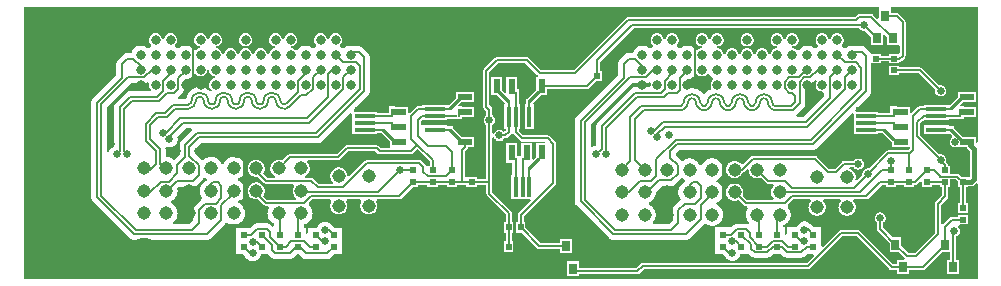
<source format=gbl>
G04 Layer_Physical_Order=4*
G04 Layer_Color=16711680*
%FSLAX25Y25*%
%MOIN*%
G70*
G01*
G75*
%ADD10C,0.00800*%
%ADD11C,0.00600*%
%ADD12C,0.17500*%
%ADD13C,0.03200*%
%ADD14C,0.04500*%
%ADD15C,0.09500*%
%ADD16C,0.11000*%
%ADD17C,0.02500*%
%ADD18R,0.02362X0.01969*%
%ADD19R,0.02756X0.03543*%
%ADD20R,0.01969X0.02362*%
%ADD21R,0.04724X0.02284*%
%ADD22R,0.07008X0.01654*%
%ADD23R,0.05000X0.01000*%
%ADD24R,0.01000X0.03000*%
G04:AMPARAMS|DCode=25|XSize=50mil|YSize=10mil|CornerRadius=0mil|HoleSize=0mil|Usage=FLASHONLY|Rotation=315.000|XOffset=0mil|YOffset=0mil|HoleType=Round|Shape=Rectangle|*
%AMROTATEDRECTD25*
4,1,4,-0.02121,0.01414,-0.01414,0.02121,0.02121,-0.01414,0.01414,-0.02121,-0.02121,0.01414,0.0*
%
%ADD25ROTATEDRECTD25*%

%ADD26R,0.04500X0.01000*%
G04:AMPARAMS|DCode=27|XSize=50mil|YSize=10mil|CornerRadius=0mil|HoleSize=0mil|Usage=FLASHONLY|Rotation=45.000|XOffset=0mil|YOffset=0mil|HoleType=Round|Shape=Rectangle|*
%AMROTATEDRECTD27*
4,1,4,-0.01414,-0.02121,-0.02121,-0.01414,0.01414,0.02121,0.02121,0.01414,-0.01414,-0.02121,0.0*
%
%ADD27ROTATEDRECTD27*%

%ADD28R,0.06000X0.01000*%
%ADD29R,0.02284X0.04724*%
%ADD30R,0.01654X0.07008*%
%ADD31R,0.01000X0.05000*%
%ADD32R,0.03000X0.01000*%
%ADD33R,0.01000X0.04500*%
%ADD34R,0.01000X0.06000*%
%ADD35C,0.00700*%
%ADD36C,0.01500*%
G36*
X285963Y91061D02*
X285963Y91012D01*
Y87956D01*
X285409Y87726D01*
X284113Y89022D01*
X283904Y89182D01*
X283661Y89283D01*
X283400Y89317D01*
X279400D01*
X279139Y89283D01*
X278896Y89182D01*
X278687Y89022D01*
X277882Y88217D01*
X202200D01*
X201939Y88183D01*
X201696Y88082D01*
X201487Y87922D01*
X184282Y70717D01*
X173229D01*
X169217Y74729D01*
X169008Y74889D01*
X168765Y74990D01*
X168504Y75024D01*
X158661D01*
X158400Y74990D01*
X158157Y74889D01*
X157948Y74729D01*
X154378Y71159D01*
X154218Y70950D01*
X154117Y70707D01*
X154083Y70446D01*
Y58450D01*
X154117Y58189D01*
X154218Y57946D01*
X154378Y57737D01*
X155091Y57024D01*
Y55496D01*
X155067Y55483D01*
X154786Y55251D01*
X154554Y54970D01*
X154383Y54648D01*
X154277Y54300D01*
X154241Y53937D01*
X154277Y53574D01*
X154383Y53226D01*
X154554Y52904D01*
X154786Y52622D01*
X155067Y52391D01*
X155091Y52378D01*
Y34249D01*
X151949D01*
Y34824D01*
X148387D01*
X148009Y35268D01*
Y43429D01*
X148737Y44157D01*
X148897Y44366D01*
X148998Y44609D01*
X149032Y44870D01*
Y44967D01*
X150986D01*
Y48450D01*
X146676D01*
X143850Y51276D01*
Y51859D01*
X143268D01*
X143066Y52060D01*
X142864Y51859D01*
X141970D01*
Y52185D01*
X133762D01*
X133258Y52417D01*
Y53576D01*
X133307Y53615D01*
X133762Y53932D01*
Y53932D01*
X133762Y53932D01*
X141970D01*
Y54259D01*
X146100D01*
Y54274D01*
X146958D01*
Y54967D01*
X150986D01*
Y58450D01*
X146958D01*
Y58474D01*
X145967D01*
X145738Y59028D01*
X146676Y59967D01*
X150986D01*
Y63450D01*
X145061D01*
Y61463D01*
X142570Y58972D01*
X141970Y59086D01*
Y59085D01*
X133762D01*
Y58667D01*
X132450D01*
X132189Y58633D01*
X131946Y58532D01*
X131737Y58372D01*
X129539Y56174D01*
X128939Y56422D01*
Y58450D01*
X124734D01*
Y58474D01*
X122534D01*
Y56459D01*
X118584D01*
Y56785D01*
X111047D01*
X110798Y57385D01*
X115650Y62237D01*
X115887Y62527D01*
X116064Y62857D01*
X116173Y63215D01*
X116209Y63587D01*
Y75009D01*
X116173Y75381D01*
X116064Y75739D01*
X115887Y76069D01*
X115650Y76359D01*
X114050Y77959D01*
X113761Y78196D01*
X113431Y78373D01*
X113073Y78481D01*
X112700Y78518D01*
X111119D01*
X110761Y78666D01*
X110286Y78780D01*
X109800Y78818D01*
X109314Y78780D01*
X108839Y78666D01*
X108388Y78479D01*
X107972Y78224D01*
X107601Y77908D01*
X107600Y77906D01*
X107000D01*
X106999Y77908D01*
X106628Y78224D01*
X106366Y78385D01*
X106307Y78503D01*
X106260Y78831D01*
X106297Y79094D01*
X106360Y79148D01*
X106585Y79412D01*
X106766Y79707D01*
X106899Y80027D01*
X106980Y80363D01*
X107007Y80709D01*
X106980Y81054D01*
X106899Y81391D01*
X106766Y81710D01*
X106585Y82006D01*
X106360Y82269D01*
X106097Y82494D01*
X105802Y82675D01*
X105482Y82807D01*
X105145Y82888D01*
X104800Y82916D01*
X104455Y82888D01*
X104118Y82807D01*
X103798Y82675D01*
X103503Y82494D01*
X103240Y82269D01*
X103015Y82006D01*
X102834Y81710D01*
X102701Y81391D01*
X102620Y81054D01*
X102601Y80807D01*
X101999D01*
X101980Y81054D01*
X101899Y81391D01*
X101766Y81710D01*
X101585Y82006D01*
X101360Y82269D01*
X101097Y82494D01*
X100802Y82675D01*
X100482Y82807D01*
X100145Y82888D01*
X99800Y82916D01*
X99455Y82888D01*
X99118Y82807D01*
X98798Y82675D01*
X98503Y82494D01*
X98240Y82269D01*
X98015Y82006D01*
X97834Y81710D01*
X97701Y81391D01*
X97620Y81054D01*
X97593Y80709D01*
X97620Y80363D01*
X97701Y80027D01*
X97834Y79707D01*
X98015Y79412D01*
X98240Y79148D01*
X98304Y79094D01*
X98340Y78831D01*
X98293Y78503D01*
X98234Y78385D01*
X97972Y78224D01*
X97601Y77908D01*
X97600Y77906D01*
X97000D01*
X96999Y77908D01*
X96628Y78224D01*
X96212Y78479D01*
X95761Y78666D01*
X95287Y78780D01*
X94800Y78818D01*
X94314Y78780D01*
X93839Y78666D01*
X93388Y78479D01*
X92972Y78224D01*
X92601Y77908D01*
X92284Y77536D01*
X92124Y77275D01*
X92006Y77216D01*
X91677Y77169D01*
X91415Y77205D01*
X91360Y77269D01*
X91097Y77494D01*
X90802Y77675D01*
X90482Y77807D01*
X90145Y77888D01*
X89898Y77908D01*
Y78510D01*
X90145Y78529D01*
X90482Y78610D01*
X90802Y78742D01*
X91097Y78923D01*
X91360Y79148D01*
X91585Y79412D01*
X91766Y79707D01*
X91899Y80027D01*
X91980Y80363D01*
X92007Y80709D01*
X91980Y81054D01*
X91899Y81391D01*
X91766Y81710D01*
X91585Y82006D01*
X91360Y82269D01*
X91097Y82494D01*
X90802Y82675D01*
X90482Y82807D01*
X90145Y82888D01*
X89800Y82916D01*
X89455Y82888D01*
X89118Y82807D01*
X88798Y82675D01*
X88503Y82494D01*
X88240Y82269D01*
X88015Y82006D01*
X87834Y81710D01*
X87701Y81391D01*
X87620Y81054D01*
X87601Y80807D01*
X86999D01*
X86980Y81054D01*
X86899Y81391D01*
X86766Y81710D01*
X86585Y82006D01*
X86360Y82269D01*
X86097Y82494D01*
X85802Y82675D01*
X85482Y82807D01*
X85145Y82888D01*
X84800Y82916D01*
X84455Y82888D01*
X84118Y82807D01*
X83798Y82675D01*
X83503Y82494D01*
X83240Y82269D01*
X83015Y82006D01*
X82834Y81710D01*
X82701Y81391D01*
X82620Y81054D01*
X82593Y80709D01*
X82620Y80363D01*
X82701Y80027D01*
X82834Y79707D01*
X83015Y79412D01*
X83240Y79148D01*
X83503Y78923D01*
X83798Y78742D01*
X84118Y78610D01*
X84455Y78529D01*
X84702Y78510D01*
Y77908D01*
X84455Y77888D01*
X84118Y77807D01*
X83798Y77675D01*
X83503Y77494D01*
X83240Y77269D01*
X83015Y77006D01*
X82834Y76710D01*
X82701Y76391D01*
X82620Y76054D01*
X82601Y75807D01*
X81999D01*
X81980Y76054D01*
X81899Y76391D01*
X81766Y76710D01*
X81585Y77006D01*
X81360Y77269D01*
X81097Y77494D01*
X80802Y77675D01*
X80482Y77807D01*
X80145Y77888D01*
X79800Y77916D01*
X79455Y77888D01*
X79118Y77807D01*
X78798Y77675D01*
X78503Y77494D01*
X78240Y77269D01*
X78015Y77006D01*
X77834Y76710D01*
X77701Y76391D01*
X77620Y76054D01*
X77601Y75807D01*
X76999D01*
X76980Y76054D01*
X76899Y76391D01*
X76766Y76710D01*
X76585Y77006D01*
X76360Y77269D01*
X76097Y77494D01*
X75802Y77675D01*
X75482Y77807D01*
X75253Y77862D01*
X75145Y78114D01*
Y78303D01*
X75253Y78555D01*
X75482Y78610D01*
X75802Y78742D01*
X76097Y78923D01*
X76360Y79148D01*
X76585Y79412D01*
X76766Y79707D01*
X76899Y80027D01*
X76980Y80363D01*
X77007Y80709D01*
X76980Y81054D01*
X76899Y81391D01*
X76766Y81710D01*
X76585Y82006D01*
X76360Y82269D01*
X76097Y82494D01*
X75802Y82675D01*
X75482Y82807D01*
X75145Y82888D01*
X74800Y82916D01*
X74455Y82888D01*
X74118Y82807D01*
X73798Y82675D01*
X73503Y82494D01*
X73240Y82269D01*
X73015Y82006D01*
X72834Y81710D01*
X72701Y81391D01*
X72620Y81054D01*
X72593Y80709D01*
X72620Y80363D01*
X72701Y80027D01*
X72834Y79707D01*
X73015Y79412D01*
X73240Y79148D01*
X73503Y78923D01*
X73798Y78742D01*
X74118Y78610D01*
X74347Y78555D01*
X74455Y78303D01*
Y78114D01*
X74347Y77862D01*
X74118Y77807D01*
X73798Y77675D01*
X73503Y77494D01*
X73240Y77269D01*
X73015Y77006D01*
X72834Y76710D01*
X72701Y76391D01*
X72620Y76054D01*
X72601Y75807D01*
X71999D01*
X71980Y76054D01*
X71899Y76391D01*
X71766Y76710D01*
X71585Y77006D01*
X71360Y77269D01*
X71097Y77494D01*
X70802Y77675D01*
X70482Y77807D01*
X70145Y77888D01*
X69800Y77916D01*
X69455Y77888D01*
X69118Y77807D01*
X68798Y77675D01*
X68503Y77494D01*
X68240Y77269D01*
X68015Y77006D01*
X67834Y76710D01*
X67701Y76391D01*
X67620Y76054D01*
X67601Y75807D01*
X66999D01*
X66980Y76054D01*
X66899Y76391D01*
X66766Y76710D01*
X66585Y77006D01*
X66360Y77269D01*
X66097Y77494D01*
X65802Y77675D01*
X65482Y77807D01*
X65145Y77888D01*
X64898Y77908D01*
Y78510D01*
X65145Y78529D01*
X65482Y78610D01*
X65802Y78742D01*
X66097Y78923D01*
X66360Y79148D01*
X66585Y79412D01*
X66766Y79707D01*
X66899Y80027D01*
X66980Y80363D01*
X67007Y80709D01*
X66980Y81054D01*
X66899Y81391D01*
X66766Y81710D01*
X66585Y82006D01*
X66360Y82269D01*
X66097Y82494D01*
X65802Y82675D01*
X65482Y82807D01*
X65145Y82888D01*
X64800Y82916D01*
X64455Y82888D01*
X64118Y82807D01*
X63798Y82675D01*
X63503Y82494D01*
X63240Y82269D01*
X63015Y82006D01*
X62834Y81710D01*
X62701Y81391D01*
X62620Y81054D01*
X62601Y80807D01*
X61999D01*
X61980Y81054D01*
X61899Y81391D01*
X61766Y81710D01*
X61585Y82006D01*
X61360Y82269D01*
X61097Y82494D01*
X60802Y82675D01*
X60482Y82807D01*
X60145Y82888D01*
X59800Y82916D01*
X59455Y82888D01*
X59118Y82807D01*
X58798Y82675D01*
X58503Y82494D01*
X58240Y82269D01*
X58015Y82006D01*
X57834Y81710D01*
X57701Y81391D01*
X57620Y81054D01*
X57593Y80709D01*
X57620Y80363D01*
X57701Y80027D01*
X57834Y79707D01*
X58015Y79412D01*
X58240Y79148D01*
X58503Y78923D01*
X58798Y78742D01*
X59118Y78610D01*
X59455Y78529D01*
X59702Y78510D01*
Y77908D01*
X59455Y77888D01*
X59118Y77807D01*
X58798Y77675D01*
X58503Y77494D01*
X58240Y77269D01*
X58185Y77205D01*
X57923Y77169D01*
X57594Y77216D01*
X57476Y77275D01*
X57316Y77536D01*
X56999Y77908D01*
X56628Y78224D01*
X56212Y78479D01*
X55761Y78666D01*
X55287Y78780D01*
X54800Y78818D01*
X54313Y78780D01*
X53839Y78666D01*
X53388Y78479D01*
X52972Y78224D01*
X52601Y77908D01*
X52600Y77906D01*
X52000D01*
X51999Y77908D01*
X51628Y78224D01*
X51366Y78385D01*
X51307Y78503D01*
X51260Y78831D01*
X51297Y79094D01*
X51360Y79148D01*
X51585Y79412D01*
X51766Y79707D01*
X51899Y80027D01*
X51980Y80363D01*
X52007Y80709D01*
X51980Y81054D01*
X51899Y81391D01*
X51766Y81710D01*
X51585Y82006D01*
X51360Y82269D01*
X51097Y82494D01*
X50802Y82675D01*
X50482Y82807D01*
X50145Y82888D01*
X49800Y82916D01*
X49455Y82888D01*
X49118Y82807D01*
X48798Y82675D01*
X48503Y82494D01*
X48240Y82269D01*
X48015Y82006D01*
X47834Y81710D01*
X47701Y81391D01*
X47620Y81054D01*
X47601Y80807D01*
X46999D01*
X46980Y81054D01*
X46899Y81391D01*
X46766Y81710D01*
X46585Y82006D01*
X46360Y82269D01*
X46097Y82494D01*
X45802Y82675D01*
X45482Y82807D01*
X45145Y82888D01*
X44800Y82916D01*
X44455Y82888D01*
X44118Y82807D01*
X43798Y82675D01*
X43503Y82494D01*
X43240Y82269D01*
X43015Y82006D01*
X42834Y81710D01*
X42701Y81391D01*
X42620Y81054D01*
X42593Y80709D01*
X42620Y80363D01*
X42701Y80027D01*
X42834Y79707D01*
X43015Y79412D01*
X43240Y79148D01*
X43303Y79094D01*
X43340Y78831D01*
X43293Y78503D01*
X43234Y78385D01*
X42972Y78224D01*
X42601Y77908D01*
X42600Y77906D01*
X42000D01*
X41999Y77908D01*
X41628Y78224D01*
X41212Y78479D01*
X40761Y78666D01*
X40286Y78780D01*
X39800Y78818D01*
X39314Y78780D01*
X38839Y78666D01*
X38388Y78479D01*
X37972Y78224D01*
X37601Y77908D01*
X37284Y77536D01*
X37029Y77120D01*
X36843Y76670D01*
X36758Y76318D01*
X35300D01*
X34927Y76281D01*
X34569Y76173D01*
X34239Y75996D01*
X33950Y75759D01*
X32250Y74059D01*
X32013Y73769D01*
X31836Y73439D01*
X31727Y73081D01*
X31691Y72709D01*
Y68879D01*
X23950Y61138D01*
X23713Y60849D01*
X23536Y60519D01*
X23427Y60161D01*
X23391Y59789D01*
Y28196D01*
X23427Y27824D01*
X23536Y27466D01*
X23713Y27136D01*
X23950Y26847D01*
X36238Y14559D01*
X36527Y14321D01*
X36857Y14145D01*
X37215Y14036D01*
X37588Y13999D01*
X61800D01*
X62172Y14036D01*
X62531Y14145D01*
X62861Y14321D01*
X63150Y14559D01*
X67950Y19359D01*
X68104Y19546D01*
X68237Y19653D01*
X68895Y19717D01*
X68989Y19654D01*
X69430Y19437D01*
X69895Y19279D01*
X70377Y19183D01*
X70868Y19151D01*
X71358Y19183D01*
X71840Y19279D01*
X72306Y19437D01*
X72747Y19654D01*
X73155Y19927D01*
X73525Y20251D01*
X73849Y20621D01*
X74122Y21030D01*
X74340Y21471D01*
X74498Y21936D01*
X74594Y22418D01*
X74626Y22909D01*
X74594Y23399D01*
X74498Y23881D01*
X74340Y24347D01*
X74122Y24788D01*
X73849Y25196D01*
X73525Y25566D01*
X73155Y25890D01*
X72747Y26163D01*
X72399Y26335D01*
X72348Y26659D01*
X72399Y26983D01*
X72747Y27154D01*
X73155Y27427D01*
X73525Y27751D01*
X73849Y28121D01*
X74122Y28530D01*
X74340Y28971D01*
X74498Y29436D01*
X74594Y29918D01*
X74626Y30409D01*
X74594Y30899D01*
X74498Y31381D01*
X74340Y31847D01*
X74122Y32288D01*
X73849Y32696D01*
X73525Y33066D01*
X73155Y33390D01*
X72747Y33663D01*
X72399Y33835D01*
X72348Y34159D01*
X72399Y34483D01*
X72747Y34654D01*
X73155Y34927D01*
X73525Y35251D01*
X73849Y35621D01*
X74122Y36030D01*
X74340Y36470D01*
X74498Y36936D01*
X74594Y37418D01*
X74626Y37909D01*
X74594Y38399D01*
X74498Y38881D01*
X74340Y39347D01*
X74122Y39788D01*
X73849Y40196D01*
X73525Y40566D01*
X73155Y40890D01*
X72747Y41163D01*
X72306Y41381D01*
X71840Y41539D01*
X71358Y41635D01*
X70868Y41667D01*
X70377Y41635D01*
X69895Y41539D01*
X69430Y41381D01*
X68989Y41163D01*
X68580Y40890D01*
X68210Y40566D01*
X67886Y40196D01*
X67613Y39788D01*
X67442Y39440D01*
X67118Y39389D01*
X66794Y39440D01*
X66622Y39788D01*
X66349Y40196D01*
X66025Y40566D01*
X65655Y40890D01*
X65247Y41163D01*
X64806Y41381D01*
X64340Y41539D01*
X63858Y41635D01*
X63368Y41667D01*
X62877Y41635D01*
X62395Y41539D01*
X61930Y41381D01*
X61489Y41163D01*
X61080Y40890D01*
X60710Y40566D01*
X60113Y40795D01*
X58009Y42900D01*
Y44218D01*
X60051Y46260D01*
X98882D01*
X99254Y46296D01*
X99612Y46405D01*
X99942Y46582D01*
X100232Y46819D01*
X109776Y56364D01*
X110376Y56115D01*
Y53932D01*
Y49332D01*
X118584D01*
Y49659D01*
X120132D01*
X123014Y46777D01*
Y45117D01*
X123014Y44967D01*
X122651Y44517D01*
X119918D01*
X119213Y45222D01*
X119004Y45382D01*
X118761Y45483D01*
X118500Y45517D01*
X108600D01*
X108339Y45483D01*
X108096Y45382D01*
X107887Y45222D01*
X105182Y42517D01*
X89518D01*
X89257Y42483D01*
X89013Y42382D01*
X88805Y42222D01*
X87076Y40493D01*
X86751Y40628D01*
X86315Y40732D01*
X85868Y40767D01*
X85421Y40732D01*
X84984Y40628D01*
X84570Y40456D01*
X84187Y40222D01*
X83846Y39930D01*
X83555Y39589D01*
X83320Y39206D01*
X83149Y38792D01*
X83044Y38356D01*
X83009Y37909D01*
X83044Y37461D01*
X83149Y37025D01*
X83320Y36611D01*
X83555Y36228D01*
X83846Y35887D01*
X84187Y35596D01*
X84570Y35361D01*
X84676Y35317D01*
X84557Y34717D01*
X82135D01*
X80655Y36198D01*
X80681Y36228D01*
X80915Y36611D01*
X81087Y37025D01*
X81191Y37461D01*
X81226Y37909D01*
X81191Y38356D01*
X81087Y38792D01*
X80915Y39206D01*
X80681Y39589D01*
X80389Y39930D01*
X80048Y40222D01*
X79666Y40456D01*
X79251Y40628D01*
X78815Y40732D01*
X78368Y40767D01*
X77921Y40732D01*
X77484Y40628D01*
X77070Y40456D01*
X76687Y40222D01*
X76346Y39930D01*
X76055Y39589D01*
X75820Y39206D01*
X75649Y38792D01*
X75544Y38356D01*
X75509Y37909D01*
X75544Y37461D01*
X75649Y37025D01*
X75820Y36611D01*
X76055Y36228D01*
X76346Y35887D01*
X76687Y35596D01*
X77070Y35361D01*
X77484Y35190D01*
X77921Y35085D01*
X78368Y35050D01*
X78815Y35085D01*
X78896Y35104D01*
X81005Y32995D01*
X81213Y32835D01*
X81457Y32734D01*
X81718Y32700D01*
X90788D01*
X91064Y32100D01*
X91055Y32089D01*
X90820Y31707D01*
X90649Y31292D01*
X90544Y30856D01*
X90509Y30409D01*
X90544Y29961D01*
X90649Y29525D01*
X90820Y29111D01*
X91055Y28728D01*
X91346Y28387D01*
X91687Y28096D01*
X91734Y28067D01*
X91565Y27467D01*
X81885D01*
X80655Y28698D01*
X80681Y28728D01*
X80915Y29111D01*
X81087Y29525D01*
X81191Y29961D01*
X81226Y30409D01*
X81191Y30856D01*
X81087Y31292D01*
X80915Y31707D01*
X80681Y32089D01*
X80389Y32430D01*
X80048Y32721D01*
X79666Y32956D01*
X79251Y33127D01*
X78815Y33232D01*
X78368Y33267D01*
X77921Y33232D01*
X77484Y33127D01*
X77070Y32956D01*
X76687Y32721D01*
X76346Y32430D01*
X76055Y32089D01*
X75820Y31707D01*
X75649Y31292D01*
X75544Y30856D01*
X75509Y30409D01*
X75544Y29961D01*
X75649Y29525D01*
X75820Y29111D01*
X76055Y28728D01*
X76346Y28387D01*
X76687Y28096D01*
X77070Y27861D01*
X77484Y27690D01*
X77921Y27585D01*
X78368Y27550D01*
X78815Y27585D01*
X78896Y27604D01*
X80755Y25745D01*
X80963Y25585D01*
X81207Y25484D01*
X81468Y25450D01*
X82334D01*
X82655Y24850D01*
X82613Y24788D01*
X82396Y24347D01*
X82238Y23881D01*
X82142Y23399D01*
X82110Y22909D01*
X82142Y22418D01*
X82238Y21936D01*
X82396Y21471D01*
X82613Y21030D01*
X82886Y20621D01*
X83210Y20251D01*
X83580Y19927D01*
X83989Y19654D01*
X84308Y19496D01*
Y18683D01*
X83709Y18434D01*
X83163Y18980D01*
X82874Y19217D01*
X82544Y19394D01*
X82186Y19502D01*
X81813Y19539D01*
X78622D01*
X78250Y19502D01*
X77892Y19394D01*
X77562Y19217D01*
X77272Y18980D01*
X76422Y18130D01*
X71537D01*
Y13161D01*
Y9224D01*
X74002D01*
X74753Y8474D01*
X74760Y8456D01*
X74986Y8087D01*
X75267Y7758D01*
X75596Y7477D01*
X75965Y7251D01*
X76365Y7085D01*
X76786Y6984D01*
X77218Y6950D01*
X77649Y6984D01*
X78070Y7085D01*
X78470Y7251D01*
X78839Y7477D01*
X79168Y7758D01*
X79449Y8087D01*
X79676Y8456D01*
X79841Y8856D01*
X79930Y9224D01*
X82284D01*
X83250Y8259D01*
X83539Y8021D01*
X83869Y7845D01*
X84228Y7736D01*
X84600Y7700D01*
X89500D01*
X89872Y7736D01*
X90231Y7845D01*
X90561Y8021D01*
X90850Y8259D01*
X91816Y9224D01*
X92684D01*
X93750Y8159D01*
X94039Y7921D01*
X94369Y7745D01*
X94727Y7636D01*
X95100Y7599D01*
X102018D01*
X102390Y7636D01*
X102748Y7745D01*
X103078Y7921D01*
X103368Y8159D01*
X104434Y9224D01*
X106899D01*
Y13161D01*
Y18130D01*
X104434D01*
X103818Y18746D01*
X103528Y18983D01*
X103395Y19055D01*
X103199Y19283D01*
X102870Y19564D01*
X102501Y19791D01*
X102101Y19956D01*
X101680Y20057D01*
X101249Y20091D01*
X100817Y20057D01*
X100396Y19956D01*
X99997Y19791D01*
X99627Y19564D01*
X99298Y19283D01*
X99017Y18954D01*
X98791Y18585D01*
X98625Y18185D01*
X98612Y18130D01*
X95537D01*
Y16379D01*
X94937Y16006D01*
X94899Y16025D01*
Y18130D01*
X94127D01*
Y19236D01*
X94340Y19279D01*
X94806Y19437D01*
X95247Y19654D01*
X95656Y19927D01*
X96025Y20251D01*
X96349Y20621D01*
X96622Y21030D01*
X96840Y21471D01*
X96998Y21936D01*
X97094Y22418D01*
X97126Y22909D01*
X97094Y23399D01*
X96998Y23881D01*
X96840Y24347D01*
X96622Y24788D01*
X96349Y25196D01*
X96025Y25566D01*
X95905Y25671D01*
X95809Y26423D01*
X96885Y27500D01*
X103117D01*
X103219Y27404D01*
X103439Y26900D01*
X103321Y26706D01*
X103149Y26292D01*
X103044Y25856D01*
X103009Y25409D01*
X103044Y24961D01*
X103149Y24525D01*
X103321Y24111D01*
X103555Y23728D01*
X103846Y23387D01*
X104187Y23096D01*
X104570Y22861D01*
X104984Y22690D01*
X105420Y22585D01*
X105868Y22550D01*
X106315Y22585D01*
X106751Y22690D01*
X107166Y22861D01*
X107548Y23096D01*
X107889Y23387D01*
X108180Y23728D01*
X108415Y24111D01*
X108587Y24525D01*
X108691Y24961D01*
X108727Y25409D01*
X108691Y25856D01*
X108587Y26292D01*
X108415Y26706D01*
X108296Y26900D01*
X108516Y27404D01*
X108619Y27500D01*
X113117D01*
X113219Y27404D01*
X113439Y26900D01*
X113321Y26706D01*
X113149Y26292D01*
X113044Y25856D01*
X113009Y25409D01*
X113044Y24961D01*
X113149Y24525D01*
X113321Y24111D01*
X113555Y23728D01*
X113846Y23387D01*
X114187Y23096D01*
X114570Y22861D01*
X114984Y22690D01*
X115420Y22585D01*
X115868Y22550D01*
X116315Y22585D01*
X116751Y22690D01*
X117166Y22861D01*
X117548Y23096D01*
X117889Y23387D01*
X118181Y23728D01*
X118415Y24111D01*
X118587Y24525D01*
X118691Y24961D01*
X118727Y25409D01*
X118691Y25856D01*
X118587Y26292D01*
X118415Y26706D01*
X118296Y26900D01*
X118516Y27404D01*
X118619Y27500D01*
X125936D01*
X126197Y27534D01*
X126441Y27635D01*
X126649Y27795D01*
X130510Y31656D01*
X132449D01*
Y32232D01*
X135387D01*
Y31656D01*
X138949D01*
Y32232D01*
X141887D01*
Y31656D01*
X145449D01*
Y32232D01*
X148387D01*
Y31656D01*
X151949D01*
Y32232D01*
X155091D01*
Y29409D01*
X155126Y29148D01*
X155227Y28904D01*
X155387Y28695D01*
X161523Y22559D01*
Y19990D01*
X160947D01*
Y16428D01*
X161523D01*
Y13490D01*
X160947D01*
Y9928D01*
X164116D01*
Y13490D01*
X163540D01*
Y16428D01*
X164116D01*
Y19990D01*
X163540D01*
Y22977D01*
X163506Y23238D01*
X163405Y23482D01*
X163245Y23690D01*
X157109Y29826D01*
Y33240D01*
Y48094D01*
X157709Y48182D01*
X157731Y48107D01*
X157903Y47786D01*
X158134Y47504D01*
X158416Y47273D01*
X158737Y47101D01*
X159086Y46996D01*
X159449Y46960D01*
X159811Y46996D01*
X160160Y47101D01*
X160482Y47273D01*
X160763Y47504D01*
X160995Y47786D01*
X161007Y47810D01*
X161417D01*
X161678Y47845D01*
X161922Y47945D01*
X162130Y48106D01*
X163263Y49238D01*
X163363Y49368D01*
X163690Y49414D01*
X164041Y49370D01*
X164137Y49245D01*
X166287Y47095D01*
X166496Y46935D01*
X166739Y46834D01*
X167000Y46800D01*
X174775D01*
X174805Y46747D01*
X174457Y46147D01*
X171758D01*
Y41660D01*
X170820Y40722D01*
X170265Y40951D01*
Y41943D01*
X170242D01*
Y46147D01*
X166758D01*
Y41943D01*
X166065D01*
Y41943D01*
X165935Y41943D01*
X165935Y41943D01*
X165242D01*
Y46147D01*
X161758D01*
Y41943D01*
X161735D01*
Y39742D01*
X163750D01*
Y35793D01*
X163423D01*
Y27585D01*
X169666D01*
X169896Y27031D01*
X165755Y22890D01*
X165595Y22682D01*
X165494Y22438D01*
X165460Y22177D01*
Y19990D01*
X164884D01*
Y16428D01*
X166823D01*
X172015Y11236D01*
X172224Y11075D01*
X172467Y10975D01*
X172728Y10940D01*
X172729Y10940D01*
X179522D01*
Y9577D01*
X183478D01*
Y14321D01*
X179522D01*
Y12957D01*
X173146D01*
X168053Y18051D01*
Y19990D01*
X167477D01*
Y21759D01*
X178113Y32395D01*
X178273Y32604D01*
X178374Y32848D01*
X178409Y33109D01*
Y46109D01*
X178374Y46370D01*
X178273Y46613D01*
X178113Y46822D01*
X176413Y48522D01*
X176204Y48682D01*
X175961Y48783D01*
X175700Y48817D01*
X167418D01*
X165864Y50371D01*
X165872Y50971D01*
X166277D01*
Y59179D01*
X165950D01*
Y63309D01*
X165935D01*
Y64167D01*
X165242D01*
Y68195D01*
X161758D01*
Y64167D01*
X161735D01*
Y63176D01*
X161180Y62946D01*
X160242Y63885D01*
Y68195D01*
X156758D01*
Y62270D01*
X158745D01*
X161237Y59779D01*
X161123Y59179D01*
X161123D01*
Y50971D01*
X161541D01*
Y50369D01*
X161434Y50262D01*
X160763Y50133D01*
X160482Y50365D01*
X160160Y50536D01*
X159811Y50642D01*
X159449Y50678D01*
X159086Y50642D01*
X158737Y50536D01*
X158416Y50365D01*
X158134Y50133D01*
X157903Y49852D01*
X157731Y49530D01*
X157709Y49455D01*
X157109Y49544D01*
Y52378D01*
X157133Y52391D01*
X157414Y52622D01*
X157646Y52904D01*
X157817Y53226D01*
X157923Y53574D01*
X157959Y53937D01*
X157923Y54300D01*
X157817Y54648D01*
X157646Y54970D01*
X157414Y55251D01*
X157133Y55483D01*
X157109Y55496D01*
Y57442D01*
X157074Y57703D01*
X156974Y57946D01*
X156813Y58155D01*
X156100Y58868D01*
Y70028D01*
X159079Y73007D01*
X168086D01*
X172098Y68995D01*
X172307Y68835D01*
X172405Y68795D01*
X172285Y68195D01*
X171758D01*
Y63885D01*
X168932Y61059D01*
X168350D01*
Y60476D01*
X168148Y60275D01*
X168350Y60073D01*
Y59179D01*
X168023D01*
Y50971D01*
X170877D01*
Y59179D01*
X170877D01*
X170764Y59779D01*
X173255Y62270D01*
X175242D01*
Y64224D01*
X188555D01*
X188816Y64258D01*
X189059Y64359D01*
X189268Y64519D01*
X191842Y67093D01*
X193781D01*
Y70261D01*
X193009D01*
Y73441D01*
X204168Y84600D01*
X279423D01*
X279436Y84576D01*
X279667Y84294D01*
X279949Y84063D01*
X280271Y83891D01*
X280619Y83785D01*
X280982Y83750D01*
X281345Y83785D01*
X281371Y83793D01*
X283404Y81760D01*
Y78837D01*
X287360D01*
Y82139D01*
X287914Y82368D01*
X288522Y81760D01*
Y78837D01*
X292478D01*
X292791Y78367D01*
Y76573D01*
X292722Y76002D01*
X289160D01*
Y75325D01*
X286722D01*
Y76002D01*
X283306D01*
X283264Y76139D01*
X283087Y76469D01*
X282850Y76759D01*
X281550Y78059D01*
X281261Y78296D01*
X280931Y78473D01*
X280573Y78581D01*
X280200Y78618D01*
X278077D01*
X277961Y78666D01*
X277486Y78780D01*
X277000Y78818D01*
X276514Y78780D01*
X276039Y78666D01*
X275588Y78479D01*
X275172Y78224D01*
X274801Y77908D01*
X274800Y77906D01*
X274200D01*
X274199Y77908D01*
X273828Y78224D01*
X273566Y78385D01*
X273507Y78503D01*
X273460Y78831D01*
X273497Y79094D01*
X273560Y79148D01*
X273785Y79412D01*
X273966Y79707D01*
X274099Y80027D01*
X274180Y80363D01*
X274207Y80709D01*
X274180Y81054D01*
X274099Y81391D01*
X273966Y81710D01*
X273785Y82006D01*
X273560Y82269D01*
X273297Y82494D01*
X273002Y82675D01*
X272682Y82807D01*
X272345Y82888D01*
X272000Y82916D01*
X271655Y82888D01*
X271318Y82807D01*
X270998Y82675D01*
X270703Y82494D01*
X270440Y82269D01*
X270215Y82006D01*
X270034Y81710D01*
X269901Y81391D01*
X269820Y81054D01*
X269801Y80807D01*
X269199D01*
X269180Y81054D01*
X269099Y81391D01*
X268966Y81710D01*
X268785Y82006D01*
X268560Y82269D01*
X268297Y82494D01*
X268002Y82675D01*
X267682Y82807D01*
X267345Y82888D01*
X267000Y82916D01*
X266655Y82888D01*
X266318Y82807D01*
X265998Y82675D01*
X265703Y82494D01*
X265440Y82269D01*
X265215Y82006D01*
X265034Y81710D01*
X264901Y81391D01*
X264820Y81054D01*
X264793Y80709D01*
X264820Y80363D01*
X264901Y80027D01*
X265034Y79707D01*
X265215Y79412D01*
X265440Y79148D01*
X265504Y79094D01*
X265540Y78831D01*
X265493Y78503D01*
X265434Y78385D01*
X265172Y78224D01*
X264801Y77908D01*
X264800Y77906D01*
X264200D01*
X264199Y77908D01*
X263828Y78224D01*
X263412Y78479D01*
X262961Y78666D01*
X262487Y78780D01*
X262000Y78818D01*
X261513Y78780D01*
X261039Y78666D01*
X260588Y78479D01*
X260172Y78224D01*
X259801Y77908D01*
X259484Y77536D01*
X259324Y77275D01*
X259206Y77216D01*
X258877Y77169D01*
X258615Y77205D01*
X258560Y77269D01*
X258297Y77494D01*
X258002Y77675D01*
X257682Y77807D01*
X257345Y77888D01*
X257098Y77908D01*
Y78510D01*
X257345Y78529D01*
X257682Y78610D01*
X258002Y78742D01*
X258297Y78923D01*
X258560Y79148D01*
X258785Y79412D01*
X258966Y79707D01*
X259099Y80027D01*
X259180Y80363D01*
X259207Y80709D01*
X259180Y81054D01*
X259099Y81391D01*
X258966Y81710D01*
X258785Y82006D01*
X258560Y82269D01*
X258297Y82494D01*
X258002Y82675D01*
X257682Y82807D01*
X257345Y82888D01*
X257000Y82916D01*
X256655Y82888D01*
X256318Y82807D01*
X255998Y82675D01*
X255703Y82494D01*
X255440Y82269D01*
X255215Y82006D01*
X255034Y81710D01*
X254901Y81391D01*
X254820Y81054D01*
X254801Y80807D01*
X254199D01*
X254180Y81054D01*
X254099Y81391D01*
X253966Y81710D01*
X253785Y82006D01*
X253560Y82269D01*
X253297Y82494D01*
X253002Y82675D01*
X252682Y82807D01*
X252345Y82888D01*
X252000Y82916D01*
X251655Y82888D01*
X251318Y82807D01*
X250998Y82675D01*
X250703Y82494D01*
X250440Y82269D01*
X250215Y82006D01*
X250034Y81710D01*
X249901Y81391D01*
X249820Y81054D01*
X249793Y80709D01*
X249820Y80363D01*
X249901Y80027D01*
X250034Y79707D01*
X250215Y79412D01*
X250440Y79148D01*
X250703Y78923D01*
X250998Y78742D01*
X251318Y78610D01*
X251655Y78529D01*
X251902Y78510D01*
Y77908D01*
X251655Y77888D01*
X251318Y77807D01*
X250998Y77675D01*
X250703Y77494D01*
X250440Y77269D01*
X250215Y77006D01*
X250034Y76710D01*
X249901Y76391D01*
X249820Y76054D01*
X249801Y75807D01*
X249199D01*
X249180Y76054D01*
X249099Y76391D01*
X248966Y76710D01*
X248785Y77006D01*
X248560Y77269D01*
X248297Y77494D01*
X248002Y77675D01*
X247682Y77807D01*
X247345Y77888D01*
X247000Y77916D01*
X246655Y77888D01*
X246318Y77807D01*
X245998Y77675D01*
X245703Y77494D01*
X245440Y77269D01*
X245215Y77006D01*
X245034Y76710D01*
X244901Y76391D01*
X244820Y76054D01*
X244801Y75807D01*
X244199D01*
X244180Y76054D01*
X244099Y76391D01*
X243966Y76710D01*
X243785Y77006D01*
X243560Y77269D01*
X243297Y77494D01*
X243002Y77675D01*
X242682Y77807D01*
X242453Y77862D01*
X242345Y78114D01*
Y78303D01*
X242453Y78555D01*
X242682Y78610D01*
X243002Y78742D01*
X243297Y78923D01*
X243560Y79148D01*
X243785Y79412D01*
X243966Y79707D01*
X244099Y80027D01*
X244180Y80363D01*
X244207Y80709D01*
X244180Y81054D01*
X244099Y81391D01*
X243966Y81710D01*
X243785Y82006D01*
X243560Y82269D01*
X243297Y82494D01*
X243002Y82675D01*
X242682Y82807D01*
X242345Y82888D01*
X242000Y82916D01*
X241655Y82888D01*
X241318Y82807D01*
X240998Y82675D01*
X240703Y82494D01*
X240440Y82269D01*
X240215Y82006D01*
X240034Y81710D01*
X239901Y81391D01*
X239820Y81054D01*
X239793Y80709D01*
X239820Y80363D01*
X239901Y80027D01*
X240034Y79707D01*
X240215Y79412D01*
X240440Y79148D01*
X240703Y78923D01*
X240998Y78742D01*
X241318Y78610D01*
X241547Y78555D01*
X241655Y78303D01*
Y78114D01*
X241547Y77862D01*
X241318Y77807D01*
X240998Y77675D01*
X240703Y77494D01*
X240440Y77269D01*
X240215Y77006D01*
X240034Y76710D01*
X239901Y76391D01*
X239820Y76054D01*
X239801Y75807D01*
X239199D01*
X239180Y76054D01*
X239099Y76391D01*
X238966Y76710D01*
X238785Y77006D01*
X238560Y77269D01*
X238297Y77494D01*
X238002Y77675D01*
X237682Y77807D01*
X237345Y77888D01*
X237000Y77916D01*
X236655Y77888D01*
X236318Y77807D01*
X235998Y77675D01*
X235703Y77494D01*
X235440Y77269D01*
X235215Y77006D01*
X235034Y76710D01*
X234901Y76391D01*
X234820Y76054D01*
X234801Y75807D01*
X234199D01*
X234180Y76054D01*
X234099Y76391D01*
X233966Y76710D01*
X233785Y77006D01*
X233560Y77269D01*
X233297Y77494D01*
X233002Y77675D01*
X232682Y77807D01*
X232345Y77888D01*
X232098Y77908D01*
Y78510D01*
X232345Y78529D01*
X232682Y78610D01*
X233002Y78742D01*
X233297Y78923D01*
X233560Y79148D01*
X233785Y79412D01*
X233966Y79707D01*
X234099Y80027D01*
X234180Y80363D01*
X234207Y80709D01*
X234180Y81054D01*
X234099Y81391D01*
X233966Y81710D01*
X233785Y82006D01*
X233560Y82269D01*
X233297Y82494D01*
X233002Y82675D01*
X232682Y82807D01*
X232345Y82888D01*
X232000Y82916D01*
X231655Y82888D01*
X231318Y82807D01*
X230998Y82675D01*
X230703Y82494D01*
X230440Y82269D01*
X230215Y82006D01*
X230034Y81710D01*
X229901Y81391D01*
X229820Y81054D01*
X229801Y80807D01*
X229199D01*
X229180Y81054D01*
X229099Y81391D01*
X228966Y81710D01*
X228785Y82006D01*
X228560Y82269D01*
X228297Y82494D01*
X228002Y82675D01*
X227682Y82807D01*
X227345Y82888D01*
X227000Y82916D01*
X226655Y82888D01*
X226318Y82807D01*
X225998Y82675D01*
X225703Y82494D01*
X225440Y82269D01*
X225215Y82006D01*
X225034Y81710D01*
X224901Y81391D01*
X224820Y81054D01*
X224793Y80709D01*
X224820Y80363D01*
X224901Y80027D01*
X225034Y79707D01*
X225215Y79412D01*
X225440Y79148D01*
X225703Y78923D01*
X225998Y78742D01*
X226318Y78610D01*
X226655Y78529D01*
X226902Y78510D01*
Y77908D01*
X226655Y77888D01*
X226318Y77807D01*
X225998Y77675D01*
X225703Y77494D01*
X225440Y77269D01*
X225385Y77205D01*
X225123Y77169D01*
X224794Y77216D01*
X224676Y77275D01*
X224516Y77536D01*
X224199Y77908D01*
X223828Y78224D01*
X223412Y78479D01*
X222961Y78666D01*
X222486Y78780D01*
X222000Y78818D01*
X221514Y78780D01*
X221039Y78666D01*
X220588Y78479D01*
X220172Y78224D01*
X219801Y77908D01*
X219800Y77906D01*
X219200D01*
X219199Y77908D01*
X218828Y78224D01*
X218566Y78385D01*
X218507Y78503D01*
X218460Y78831D01*
X218496Y79094D01*
X218560Y79148D01*
X218785Y79412D01*
X218966Y79707D01*
X219099Y80027D01*
X219180Y80363D01*
X219207Y80709D01*
X219180Y81054D01*
X219099Y81391D01*
X218966Y81710D01*
X218785Y82006D01*
X218560Y82269D01*
X218297Y82494D01*
X218002Y82675D01*
X217682Y82807D01*
X217345Y82888D01*
X217000Y82916D01*
X216655Y82888D01*
X216318Y82807D01*
X215998Y82675D01*
X215703Y82494D01*
X215440Y82269D01*
X215215Y82006D01*
X215034Y81710D01*
X214901Y81391D01*
X214820Y81054D01*
X214801Y80807D01*
X214199D01*
X214180Y81054D01*
X214099Y81391D01*
X213966Y81710D01*
X213785Y82006D01*
X213560Y82269D01*
X213297Y82494D01*
X213002Y82675D01*
X212682Y82807D01*
X212345Y82888D01*
X212000Y82916D01*
X211655Y82888D01*
X211318Y82807D01*
X210998Y82675D01*
X210703Y82494D01*
X210440Y82269D01*
X210215Y82006D01*
X210034Y81710D01*
X209901Y81391D01*
X209820Y81054D01*
X209793Y80709D01*
X209820Y80363D01*
X209901Y80027D01*
X210034Y79707D01*
X210215Y79412D01*
X210440Y79148D01*
X210504Y79094D01*
X210540Y78831D01*
X210493Y78503D01*
X210434Y78385D01*
X210172Y78224D01*
X209801Y77908D01*
X209800Y77906D01*
X209200D01*
X209199Y77908D01*
X208828Y78224D01*
X208412Y78479D01*
X207961Y78666D01*
X207487Y78780D01*
X207000Y78818D01*
X206514Y78780D01*
X206039Y78666D01*
X205588Y78479D01*
X205172Y78224D01*
X204801Y77908D01*
X204484Y77536D01*
X204229Y77120D01*
X204043Y76670D01*
X203958Y76318D01*
X202500D01*
X202128Y76281D01*
X201769Y76173D01*
X201439Y75996D01*
X201150Y75759D01*
X199450Y74059D01*
X199213Y73769D01*
X199036Y73439D01*
X198927Y73081D01*
X198891Y72709D01*
Y68879D01*
X185150Y55138D01*
X184913Y54849D01*
X184736Y54519D01*
X184627Y54161D01*
X184591Y53789D01*
Y26832D01*
X184627Y26460D01*
X184736Y26101D01*
X184913Y25771D01*
X185150Y25482D01*
X196073Y14559D01*
X196363Y14321D01*
X196693Y14145D01*
X197051Y14036D01*
X197423Y13999D01*
X221600D01*
X221972Y14036D01*
X222331Y14145D01*
X222661Y14321D01*
X222950Y14559D01*
X227850Y19459D01*
X227854Y19464D01*
X228015Y19477D01*
X228424Y19204D01*
X228865Y18987D01*
X229330Y18829D01*
X229813Y18733D01*
X230303Y18701D01*
X230794Y18733D01*
X231276Y18829D01*
X231741Y18987D01*
X232182Y19204D01*
X232591Y19477D01*
X232961Y19801D01*
X233285Y20171D01*
X233558Y20580D01*
X233775Y21021D01*
X233933Y21486D01*
X234029Y21968D01*
X234061Y22459D01*
X234029Y22949D01*
X233933Y23431D01*
X233775Y23897D01*
X233558Y24338D01*
X233285Y24746D01*
X232961Y25116D01*
X232591Y25440D01*
X232182Y25713D01*
X231835Y25885D01*
X231784Y26209D01*
X231835Y26533D01*
X232182Y26704D01*
X232591Y26977D01*
X232961Y27301D01*
X233285Y27671D01*
X233558Y28080D01*
X233775Y28521D01*
X233933Y28986D01*
X234029Y29468D01*
X234061Y29959D01*
X234029Y30449D01*
X233933Y30931D01*
X233775Y31397D01*
X233558Y31838D01*
X233285Y32246D01*
X232961Y32616D01*
X232591Y32940D01*
X232182Y33213D01*
X231835Y33385D01*
X231784Y33709D01*
X231835Y34033D01*
X232182Y34204D01*
X232591Y34477D01*
X232961Y34801D01*
X233285Y35171D01*
X233558Y35580D01*
X233775Y36020D01*
X233933Y36486D01*
X234029Y36968D01*
X234061Y37459D01*
X234029Y37949D01*
X233933Y38431D01*
X233775Y38897D01*
X233558Y39338D01*
X233285Y39746D01*
X232961Y40116D01*
X232591Y40440D01*
X232182Y40713D01*
X231741Y40931D01*
X231276Y41089D01*
X230794Y41185D01*
X230303Y41217D01*
X229813Y41185D01*
X229330Y41089D01*
X228865Y40931D01*
X228424Y40713D01*
X228015Y40440D01*
X227646Y40116D01*
X227322Y39746D01*
X227049Y39338D01*
X226877Y38990D01*
X226553Y38939D01*
X226229Y38990D01*
X226058Y39338D01*
X225785Y39746D01*
X225461Y40116D01*
X225091Y40440D01*
X224682Y40713D01*
X224241Y40931D01*
X223776Y41089D01*
X223294Y41185D01*
X222803Y41217D01*
X222313Y41185D01*
X221831Y41089D01*
X221365Y40931D01*
X220924Y40713D01*
X220515Y40440D01*
X220321Y40270D01*
X220203Y40279D01*
X218309Y42173D01*
Y42818D01*
X219491Y43999D01*
X263821D01*
X264194Y44036D01*
X264552Y44145D01*
X264882Y44321D01*
X265171Y44559D01*
X276976Y56364D01*
X277576Y56115D01*
Y53932D01*
Y49332D01*
X285784D01*
Y49659D01*
X287332D01*
X290214Y46777D01*
Y44967D01*
X296139Y44967D01*
X296191Y44389D01*
Y44326D01*
X295782Y43917D01*
X289100D01*
X288839Y43883D01*
X288596Y43782D01*
X288387Y43622D01*
X282589Y37824D01*
X282563Y37832D01*
X282200Y37868D01*
X281837Y37832D01*
X281489Y37726D01*
X281167Y37554D01*
X280886Y37323D01*
X280654Y37041D01*
X280483Y36720D01*
X280377Y36371D01*
X280341Y36009D01*
X280377Y35646D01*
X280385Y35620D01*
X278615Y33850D01*
X278065Y34060D01*
X278032Y34115D01*
X278127Y34511D01*
X278162Y34959D01*
X278127Y35406D01*
X278022Y35842D01*
X277850Y36257D01*
X277616Y36639D01*
X277325Y36980D01*
X276983Y37271D01*
X276601Y37506D01*
X276187Y37678D01*
X276093Y37700D01*
X276164Y38300D01*
X277541D01*
X277554Y38276D01*
X277785Y37994D01*
X278067Y37763D01*
X278389Y37591D01*
X278737Y37485D01*
X279100Y37450D01*
X279463Y37485D01*
X279811Y37591D01*
X280133Y37763D01*
X280415Y37994D01*
X280646Y38276D01*
X280818Y38597D01*
X280923Y38946D01*
X280959Y39309D01*
X280923Y39671D01*
X280818Y40020D01*
X280646Y40341D01*
X280415Y40623D01*
X280133Y40854D01*
X279811Y41026D01*
X279463Y41132D01*
X279100Y41168D01*
X278737Y41132D01*
X278389Y41026D01*
X278067Y40854D01*
X277785Y40623D01*
X277554Y40341D01*
X277541Y40317D01*
X274249D01*
X273988Y40283D01*
X273745Y40182D01*
X273536Y40022D01*
X271232Y37717D01*
X269375D01*
X265420Y41672D01*
X265211Y41832D01*
X264968Y41933D01*
X264707Y41967D01*
X243853D01*
X243592Y41933D01*
X243349Y41832D01*
X243140Y41672D01*
X240676Y39208D01*
X239951Y39332D01*
X239825Y39480D01*
X239483Y39772D01*
X239101Y40006D01*
X238687Y40178D01*
X238250Y40282D01*
X237803Y40317D01*
X237356Y40282D01*
X236920Y40178D01*
X236505Y40006D01*
X236123Y39772D01*
X235782Y39480D01*
X235490Y39139D01*
X235256Y38756D01*
X235084Y38342D01*
X234980Y37906D01*
X234944Y37459D01*
X234980Y37011D01*
X235084Y36575D01*
X235256Y36161D01*
X235490Y35778D01*
X235782Y35437D01*
X236123Y35146D01*
X236505Y34911D01*
X236920Y34740D01*
X237356Y34635D01*
X237803Y34600D01*
X238250Y34635D01*
X238687Y34740D01*
X239101Y34911D01*
X239483Y35146D01*
X239825Y35437D01*
X240116Y35778D01*
X240350Y36161D01*
X240477Y36466D01*
X240615Y36484D01*
X240858Y36585D01*
X241067Y36745D01*
X241848Y37527D01*
X242045Y37504D01*
X242458Y37288D01*
X242479Y37011D01*
X242584Y36575D01*
X242756Y36161D01*
X242990Y35778D01*
X243282Y35437D01*
X243623Y35146D01*
X244005Y34911D01*
X244420Y34740D01*
X244856Y34635D01*
X245303Y34600D01*
X245750Y34635D01*
X246187Y34740D01*
X246476Y34860D01*
X248340Y32995D01*
X248549Y32835D01*
X248792Y32734D01*
X249053Y32700D01*
X250701D01*
X250922Y32100D01*
X250782Y31980D01*
X250490Y31639D01*
X250256Y31256D01*
X250084Y30842D01*
X249979Y30406D01*
X249944Y29959D01*
X249979Y29511D01*
X250084Y29075D01*
X250256Y28661D01*
X250490Y28278D01*
X250782Y27937D01*
X250922Y27817D01*
X250701Y27217D01*
X241971D01*
X240402Y28786D01*
X240522Y29075D01*
X240627Y29511D01*
X240662Y29959D01*
X240627Y30406D01*
X240522Y30842D01*
X240350Y31256D01*
X240116Y31639D01*
X239825Y31980D01*
X239483Y32272D01*
X239101Y32506D01*
X238687Y32678D01*
X238250Y32782D01*
X237803Y32818D01*
X237356Y32782D01*
X236920Y32678D01*
X236505Y32506D01*
X236123Y32272D01*
X235782Y31980D01*
X235490Y31639D01*
X235256Y31256D01*
X235084Y30842D01*
X234980Y30406D01*
X234944Y29959D01*
X234980Y29511D01*
X235084Y29075D01*
X235256Y28661D01*
X235490Y28278D01*
X235782Y27937D01*
X236123Y27646D01*
X236505Y27411D01*
X236920Y27240D01*
X237356Y27135D01*
X237803Y27100D01*
X238250Y27135D01*
X238687Y27240D01*
X238976Y27360D01*
X240840Y25495D01*
X241049Y25335D01*
X241292Y25234D01*
X241553Y25200D01*
X241921D01*
X242061Y25042D01*
X242224Y24600D01*
X242049Y24338D01*
X241831Y23897D01*
X241673Y23431D01*
X241577Y22949D01*
X241545Y22459D01*
X241577Y21968D01*
X241673Y21486D01*
X241831Y21021D01*
X242049Y20580D01*
X242322Y20171D01*
X242646Y19801D01*
X242677Y19774D01*
X242334Y19277D01*
X242299Y19295D01*
X241960Y19398D01*
X241607Y19433D01*
X238499D01*
X238146Y19398D01*
X237807Y19295D01*
X237494Y19128D01*
X237220Y18903D01*
X236541Y18224D01*
X231372D01*
Y13256D01*
Y9319D01*
X233837D01*
X234588Y8568D01*
X234595Y8551D01*
X234822Y8182D01*
X235103Y7853D01*
X235432Y7571D01*
X235801Y7345D01*
X236201Y7180D01*
X236622Y7079D01*
X237053Y7045D01*
X237485Y7079D01*
X237906Y7180D01*
X238305Y7345D01*
X238675Y7571D01*
X239004Y7853D01*
X239285Y8182D01*
X239511Y8551D01*
X239677Y8951D01*
X239765Y9319D01*
X242541D01*
X243220Y8640D01*
X243494Y8415D01*
X243807Y8248D01*
X244146Y8145D01*
X244499Y8110D01*
X248711D01*
X249063Y8145D01*
X249403Y8248D01*
X249715Y8415D01*
X249990Y8640D01*
X250669Y9319D01*
X253438D01*
X254117Y8640D01*
X254391Y8415D01*
X254703Y8248D01*
X255043Y8145D01*
X255396Y8110D01*
X260107D01*
X260460Y8145D01*
X260799Y8248D01*
X261112Y8415D01*
X261386Y8640D01*
X262065Y9319D01*
X264100D01*
X264330Y8765D01*
X261982Y6417D01*
X207200D01*
X206939Y6383D01*
X206696Y6282D01*
X206487Y6122D01*
X204882Y4517D01*
X186037D01*
Y6840D01*
X182081D01*
Y2097D01*
X186037D01*
Y2500D01*
X205300D01*
X205561Y2534D01*
X205804Y2635D01*
X206013Y2795D01*
X207618Y4400D01*
X262400D01*
X262661Y4434D01*
X262904Y4535D01*
X263113Y4696D01*
X273618Y15200D01*
X278482D01*
X289427Y4255D01*
X289636Y4095D01*
X289879Y3994D01*
X290140Y3960D01*
X292022D01*
Y2597D01*
X295978D01*
Y3960D01*
X300461D01*
X300722Y3994D01*
X300965Y4095D01*
X301174Y4255D01*
X306996Y10077D01*
X309491D01*
Y7340D01*
X308522D01*
Y2597D01*
X312478D01*
Y7340D01*
X311509D01*
Y15199D01*
X311811Y15291D01*
X312133Y15463D01*
X312415Y15694D01*
X312646Y15976D01*
X312818Y16297D01*
X312923Y16646D01*
X312959Y17009D01*
X312923Y17371D01*
X312818Y17720D01*
X312646Y18041D01*
X312415Y18323D01*
X312340Y18384D01*
X312313Y18556D01*
X312826Y19156D01*
X315781D01*
Y22324D01*
X312219D01*
Y21749D01*
X310231D01*
X309970Y21714D01*
X309727Y21614D01*
X309518Y21453D01*
X307228Y19163D01*
X307209Y19138D01*
X306609Y19342D01*
Y25655D01*
X308713Y27759D01*
X308874Y27968D01*
X308974Y28211D01*
X309009Y28472D01*
Y31656D01*
X309781D01*
Y34217D01*
X311740D01*
X312219Y33737D01*
Y31656D01*
X313092D01*
Y26261D01*
X312219D01*
Y23093D01*
X315781D01*
Y26261D01*
X314908D01*
Y31656D01*
X315781D01*
Y31884D01*
X316732D01*
X316996Y31910D01*
X317251Y31987D01*
X317485Y32112D01*
X317691Y32281D01*
X318225Y32815D01*
X318825Y32566D01*
Y908D01*
X908D01*
Y91612D01*
X285845D01*
X285963Y91061D01*
D02*
G37*
G36*
X318825Y46554D02*
X318225Y46234D01*
X318186Y46260D01*
Y48450D01*
X313876D01*
X311050Y51276D01*
Y51859D01*
X310468D01*
X310266Y52060D01*
X310064Y51859D01*
X309170D01*
Y52185D01*
X300962D01*
Y49332D01*
X309170D01*
Y49332D01*
X309770Y49445D01*
X310299Y48916D01*
X310316Y48606D01*
X310213Y48154D01*
X310053Y48023D01*
X309822Y47741D01*
X309650Y47420D01*
X309544Y47071D01*
X309509Y46709D01*
X309544Y46346D01*
X309650Y45997D01*
X309822Y45676D01*
X310053Y45394D01*
X310335Y45163D01*
X310656Y44991D01*
X311005Y44885D01*
X311368Y44850D01*
X311730Y44885D01*
X312261Y44967D01*
X312261Y44967D01*
X315167D01*
X315262Y44788D01*
X315431Y44583D01*
X316343Y43670D01*
Y34915D01*
X315781Y34824D01*
X315781Y34824D01*
X315781Y34824D01*
X313700D01*
X312758Y35766D01*
X312570Y35911D01*
X312351Y36001D01*
X312116Y36032D01*
X309781D01*
Y38761D01*
X309009D01*
Y38909D01*
X308974Y39170D01*
X308874Y39413D01*
X308713Y39622D01*
X308245Y40090D01*
X308323Y40346D01*
X308359Y40709D01*
X308323Y41071D01*
X308218Y41420D01*
X308046Y41741D01*
X307815Y42023D01*
X307533Y42254D01*
X307211Y42426D01*
X306863Y42532D01*
X306500Y42568D01*
X306137Y42532D01*
X306002Y42491D01*
X299608Y48885D01*
Y52833D01*
X300460Y53685D01*
X300962Y53932D01*
Y53932D01*
X300962Y53932D01*
X309170D01*
Y54259D01*
X313300D01*
Y54274D01*
X314158D01*
Y54967D01*
X318186D01*
Y58450D01*
X314158D01*
Y58474D01*
X313167D01*
X312937Y59028D01*
X313876Y59967D01*
X318186D01*
Y63450D01*
X312261D01*
Y61463D01*
X309770Y58972D01*
X309170Y59085D01*
Y59085D01*
X300962D01*
Y58667D01*
X299650D01*
X299389Y58633D01*
X299146Y58532D01*
X298937Y58372D01*
X296739Y56174D01*
X296139Y56422D01*
Y58450D01*
X291934D01*
Y58474D01*
X289734D01*
Y56459D01*
X285784D01*
Y56785D01*
X278247D01*
X277998Y57385D01*
X282850Y62237D01*
X283087Y62527D01*
X283264Y62857D01*
X283372Y63215D01*
X283409Y63587D01*
Y72833D01*
X286722D01*
Y73510D01*
X289160D01*
Y72833D01*
X292722D01*
Y73409D01*
X292779D01*
X293040Y73443D01*
X293284Y73544D01*
X293493Y73704D01*
X294513Y74725D01*
X294673Y74934D01*
X294774Y75177D01*
X294809Y75438D01*
Y86709D01*
X294774Y86970D01*
X294673Y87213D01*
X294513Y87422D01*
X292533Y89402D01*
X292324Y89562D01*
X292081Y89663D01*
X291820Y89698D01*
X289919D01*
Y91012D01*
X289919Y91061D01*
X290037Y91612D01*
X318825D01*
Y46554D01*
D02*
G37*
G36*
X62620Y70363D02*
X62701Y70027D01*
X62834Y69707D01*
X63015Y69411D01*
X63240Y69148D01*
X63503Y68923D01*
X63798Y68742D01*
X64118Y68610D01*
X64455Y68529D01*
X64702Y68510D01*
Y67908D01*
X64455Y67888D01*
X64118Y67807D01*
X63798Y67675D01*
X63503Y67494D01*
X63240Y67269D01*
X63015Y67006D01*
X62834Y66711D01*
X62701Y66391D01*
X62620Y66054D01*
X62593Y65709D01*
X62620Y65363D01*
X62701Y65027D01*
X62834Y64707D01*
X63015Y64411D01*
X63240Y64148D01*
X63503Y63923D01*
X63450Y63701D01*
X62863Y63653D01*
X62850Y63668D01*
X62396Y64066D01*
X61895Y64401D01*
X61354Y64668D01*
X60783Y64861D01*
X60192Y64979D01*
X59590Y65018D01*
X58988Y64979D01*
X58397Y64861D01*
X57826Y64668D01*
X57285Y64401D01*
X56784Y64066D01*
X56330Y63668D01*
X55933Y63215D01*
X55598Y62714D01*
X55331Y62173D01*
X55137Y61602D01*
X55023Y61027D01*
X52628D01*
X52441Y61361D01*
X52398Y61627D01*
X53650Y62879D01*
X53887Y63168D01*
X54064Y63498D01*
X54173Y63856D01*
X54209Y64228D01*
X54173Y64601D01*
X54109Y64811D01*
Y66141D01*
X54173Y66351D01*
X54209Y66724D01*
Y67168D01*
X54652Y67611D01*
X54800Y67599D01*
X55287Y67637D01*
X55761Y67751D01*
X56212Y67938D01*
X56628Y68193D01*
X56999Y68510D01*
X57316Y68881D01*
X57476Y69142D01*
X57594Y69201D01*
X57923Y69248D01*
X58185Y69212D01*
X58240Y69148D01*
X58503Y68923D01*
X58798Y68742D01*
X59118Y68610D01*
X59455Y68529D01*
X59800Y68502D01*
X60145Y68529D01*
X60482Y68610D01*
X60802Y68742D01*
X61097Y68923D01*
X61360Y69148D01*
X61585Y69411D01*
X61766Y69707D01*
X61899Y70027D01*
X61980Y70363D01*
X61999Y70610D01*
X62601D01*
X62620Y70363D01*
D02*
G37*
G36*
X225385Y69212D02*
X225440Y69148D01*
X225703Y68923D01*
X225998Y68742D01*
X226318Y68610D01*
X226655Y68529D01*
X227000Y68502D01*
X227345Y68529D01*
X227682Y68610D01*
X228002Y68742D01*
X228297Y68923D01*
X228560Y69148D01*
X228615Y69212D01*
X228877Y69248D01*
X229206Y69201D01*
X229324Y69142D01*
X229484Y68881D01*
X229801Y68510D01*
X230172Y68193D01*
X230434Y68033D01*
X230493Y67914D01*
X230540Y67586D01*
X230504Y67324D01*
X230440Y67269D01*
X230215Y67006D01*
X230034Y66711D01*
X229901Y66391D01*
X229820Y66054D01*
X229793Y65709D01*
X229820Y65363D01*
X229901Y65027D01*
X229974Y64851D01*
X229885Y64438D01*
X229699Y64105D01*
X229285Y63901D01*
X228784Y63566D01*
X228330Y63168D01*
X227953Y62738D01*
X227927Y62715D01*
X227252D01*
X227227Y62738D01*
X226850Y63168D01*
X226396Y63566D01*
X225895Y63901D01*
X225354Y64168D01*
X224783Y64361D01*
X224192Y64479D01*
X223590Y64518D01*
X222988Y64479D01*
X222397Y64361D01*
X222009Y64230D01*
X221563Y64460D01*
X221409Y64631D01*
Y64673D01*
X221373Y65046D01*
X221309Y65256D01*
Y67067D01*
X221852Y67611D01*
X222000Y67599D01*
X222486Y67637D01*
X222961Y67751D01*
X223412Y67938D01*
X223828Y68193D01*
X224199Y68510D01*
X224516Y68881D01*
X224676Y69142D01*
X224794Y69201D01*
X225123Y69248D01*
X225385Y69212D01*
D02*
G37*
G36*
X209901Y66391D02*
X209820Y66054D01*
X209793Y65709D01*
X209804Y65578D01*
X209493Y65123D01*
X209296Y64978D01*
X204780D01*
X204408Y64941D01*
X204050Y64833D01*
X203720Y64656D01*
X203430Y64419D01*
X192253Y53242D01*
X192016Y52952D01*
X191839Y52622D01*
X191731Y52264D01*
X191694Y51892D01*
Y45316D01*
X191272Y45283D01*
X190851Y45182D01*
X190451Y45017D01*
X190409Y44991D01*
X189809Y45327D01*
Y52418D01*
X195250Y57859D01*
X195250Y57859D01*
X203791Y66400D01*
X207594D01*
X207804Y66336D01*
X208177Y66299D01*
X208549Y66336D01*
X208908Y66445D01*
X209238Y66621D01*
X209404Y66758D01*
X209901Y66391D01*
D02*
G37*
G36*
X42557Y66466D02*
X42684Y66317D01*
X42620Y66054D01*
X42593Y65709D01*
X42620Y65363D01*
X42701Y65027D01*
X42834Y64707D01*
X43015Y64411D01*
X43180Y64218D01*
X43126Y63950D01*
X42937Y63618D01*
X36220D01*
X35848Y63581D01*
X35489Y63472D01*
X35159Y63296D01*
X34870Y63059D01*
X31468Y59656D01*
X31230Y59367D01*
X31054Y59037D01*
X30945Y58679D01*
X30909Y58306D01*
Y45138D01*
X30615Y45017D01*
X30246Y44790D01*
X29917Y44509D01*
X29636Y44180D01*
X29410Y43811D01*
X29244Y43411D01*
X29209Y43265D01*
X28609Y43336D01*
Y58418D01*
X36491Y66299D01*
X38552D01*
X38925Y66336D01*
X39135Y66400D01*
X40465D01*
X40675Y66336D01*
X41048Y66299D01*
X41420Y66336D01*
X41778Y66445D01*
X42108Y66621D01*
X42167Y66670D01*
X42557Y66466D01*
D02*
G37*
G36*
X265176Y66943D02*
X265034Y66711D01*
X264901Y66391D01*
X264820Y66054D01*
X264793Y65709D01*
X264820Y65363D01*
X264901Y65027D01*
X265034Y64707D01*
X265215Y64411D01*
X265440Y64148D01*
X265703Y63923D01*
X265998Y63742D01*
X266318Y63610D01*
X266655Y63529D01*
X267000Y63502D01*
X267591Y63032D01*
Y61979D01*
X260729Y55118D01*
X258565D01*
X258480Y55258D01*
X258378Y55718D01*
X258550Y55859D01*
X260850Y58159D01*
X261087Y58448D01*
X261264Y58778D01*
X261372Y59136D01*
X261409Y59509D01*
Y64209D01*
X261372Y64581D01*
X261309Y64791D01*
Y65995D01*
X261714Y66400D01*
X263035D01*
X263388Y66435D01*
X263728Y66538D01*
X264040Y66705D01*
X264315Y66930D01*
X264702Y67317D01*
X265176Y66943D01*
D02*
G37*
G36*
X57011Y50599D02*
X53350Y46938D01*
X53113Y46649D01*
X52936Y46319D01*
X52828Y45961D01*
X52791Y45588D01*
Y42432D01*
X50972Y40613D01*
X50656Y40890D01*
X50247Y41163D01*
X49806Y41381D01*
X49340Y41539D01*
X48858Y41635D01*
X48368Y41667D01*
X48127Y41892D01*
Y44209D01*
X48096Y44522D01*
X48277Y44746D01*
X48386Y44841D01*
X48599Y44972D01*
X48970Y44883D01*
X49401Y44849D01*
X49833Y44883D01*
X50253Y44984D01*
X50653Y45150D01*
X51022Y45376D01*
X51352Y45657D01*
X51633Y45986D01*
X51859Y46355D01*
X52025Y46755D01*
X52126Y47176D01*
X52160Y47608D01*
X52126Y48039D01*
X52040Y48396D01*
X54843Y51200D01*
X56762D01*
X57011Y50599D01*
D02*
G37*
G36*
X136159Y40143D02*
Y38761D01*
X135387D01*
Y38761D01*
X134866Y38953D01*
X134813Y39022D01*
X133413Y40422D01*
X133204Y40582D01*
X132961Y40683D01*
X132700Y40717D01*
X115300D01*
X115039Y40683D01*
X114796Y40582D01*
X114587Y40422D01*
X109307Y35142D01*
X108727Y35409D01*
X108691Y35856D01*
X108587Y36292D01*
X108415Y36707D01*
X108180Y37089D01*
X107889Y37430D01*
X107548Y37721D01*
X107166Y37956D01*
X106751Y38127D01*
X106315Y38232D01*
X105868Y38267D01*
X105420Y38232D01*
X104984Y38127D01*
X104570Y37956D01*
X104187Y37721D01*
X103846Y37430D01*
X103555Y37089D01*
X103321Y36707D01*
X103149Y36292D01*
X103044Y35856D01*
X103009Y35409D01*
X103044Y34961D01*
X103149Y34525D01*
X103321Y34111D01*
X103555Y33728D01*
X103846Y33387D01*
X104111Y33162D01*
X104077Y32882D01*
X103911Y32561D01*
X99274D01*
X97413Y34422D01*
X97204Y34582D01*
X96961Y34683D01*
X96700Y34717D01*
X94678D01*
X94559Y35317D01*
X94666Y35361D01*
X95048Y35596D01*
X95389Y35887D01*
X95681Y36228D01*
X95915Y36611D01*
X96087Y37025D01*
X96191Y37461D01*
X96227Y37909D01*
X96191Y38356D01*
X96087Y38792D01*
X95915Y39206D01*
X95681Y39589D01*
X95415Y39900D01*
X95430Y40022D01*
X95646Y40500D01*
X105600D01*
X105861Y40534D01*
X106104Y40635D01*
X106313Y40795D01*
X109018Y43500D01*
X118082D01*
X118787Y42795D01*
X118996Y42635D01*
X119239Y42534D01*
X119500Y42500D01*
X130000D01*
X130261Y42534D01*
X130504Y42635D01*
X130713Y42795D01*
X132110Y44192D01*
X136159Y40143D01*
D02*
G37*
G36*
X300219Y33186D02*
Y31656D01*
X303781D01*
Y32232D01*
X306219D01*
Y31656D01*
X306991D01*
Y28890D01*
X304887Y26786D01*
X304727Y26577D01*
X304626Y26333D01*
X304591Y26072D01*
Y16226D01*
X297882Y9517D01*
X295799D01*
X293419Y11897D01*
Y14820D01*
X290496D01*
X287409Y17908D01*
Y19850D01*
X287433Y19863D01*
X287715Y20094D01*
X287946Y20376D01*
X288118Y20697D01*
X288223Y21046D01*
X288259Y21409D01*
X288223Y21771D01*
X288118Y22120D01*
X287946Y22441D01*
X287715Y22723D01*
X287433Y22954D01*
X287111Y23126D01*
X286763Y23232D01*
X286400Y23268D01*
X286037Y23232D01*
X285689Y23126D01*
X285367Y22954D01*
X285086Y22723D01*
X284854Y22441D01*
X284682Y22120D01*
X284577Y21771D01*
X284541Y21409D01*
X284577Y21046D01*
X284682Y20697D01*
X284854Y20376D01*
X285086Y20094D01*
X285367Y19863D01*
X285391Y19850D01*
Y17490D01*
X285426Y17229D01*
X285526Y16985D01*
X285687Y16777D01*
X289463Y13000D01*
Y10077D01*
X292386D01*
X294523Y7940D01*
X294338Y7397D01*
X294291Y7340D01*
X292022D01*
Y5977D01*
X290558D01*
X279613Y16922D01*
X279404Y17082D01*
X279161Y17183D01*
X278900Y17217D01*
X273200D01*
X272939Y17183D01*
X272696Y17082D01*
X272487Y16922D01*
X267289Y11724D01*
X266734Y11953D01*
Y13256D01*
Y18224D01*
X264269D01*
X263653Y18840D01*
X263364Y19078D01*
X263230Y19149D01*
X263035Y19378D01*
X262706Y19659D01*
X262337Y19885D01*
X261937Y20051D01*
X261516Y20152D01*
X261084Y20186D01*
X260653Y20152D01*
X260232Y20051D01*
X259832Y19885D01*
X259463Y19659D01*
X259134Y19378D01*
X258853Y19049D01*
X258626Y18679D01*
X258461Y18280D01*
X258448Y18224D01*
X255372D01*
Y15945D01*
X254772Y15645D01*
X254734Y15673D01*
Y18224D01*
X253862D01*
Y18858D01*
X254241Y18987D01*
X254682Y19204D01*
X255091Y19477D01*
X255461Y19801D01*
X255785Y20171D01*
X256058Y20580D01*
X256275Y21021D01*
X256433Y21486D01*
X256529Y21968D01*
X256561Y22459D01*
X256529Y22949D01*
X256433Y23431D01*
X256275Y23897D01*
X256058Y24338D01*
X255785Y24746D01*
X255599Y24958D01*
X255476Y25189D01*
X255605Y25787D01*
X257368Y27550D01*
X263025D01*
X263240Y27072D01*
X263256Y26950D01*
X262990Y26639D01*
X262756Y26256D01*
X262584Y25842D01*
X262479Y25406D01*
X262444Y24959D01*
X262479Y24511D01*
X262584Y24075D01*
X262756Y23661D01*
X262990Y23278D01*
X263282Y22937D01*
X263623Y22646D01*
X264005Y22411D01*
X264420Y22240D01*
X264856Y22135D01*
X265303Y22100D01*
X265750Y22135D01*
X266187Y22240D01*
X266601Y22411D01*
X266984Y22646D01*
X267325Y22937D01*
X267616Y23278D01*
X267850Y23661D01*
X268022Y24075D01*
X268127Y24511D01*
X268162Y24959D01*
X268127Y25406D01*
X268022Y25842D01*
X267850Y26256D01*
X267616Y26639D01*
X267350Y26950D01*
X267366Y27072D01*
X267581Y27550D01*
X273025D01*
X273240Y27072D01*
X273256Y26950D01*
X272990Y26639D01*
X272756Y26256D01*
X272584Y25842D01*
X272480Y25406D01*
X272444Y24959D01*
X272480Y24511D01*
X272584Y24075D01*
X272756Y23661D01*
X272990Y23278D01*
X273282Y22937D01*
X273623Y22646D01*
X274005Y22411D01*
X274420Y22240D01*
X274856Y22135D01*
X275303Y22100D01*
X275750Y22135D01*
X276187Y22240D01*
X276601Y22411D01*
X276983Y22646D01*
X277325Y22937D01*
X277616Y23278D01*
X277850Y23661D01*
X278022Y24075D01*
X278127Y24511D01*
X278162Y24959D01*
X278127Y25406D01*
X278022Y25842D01*
X277850Y26256D01*
X277616Y26639D01*
X277350Y26950D01*
X277366Y27072D01*
X277581Y27550D01*
X281750D01*
X282011Y27584D01*
X282254Y27685D01*
X282463Y27845D01*
X286849Y32232D01*
X288219D01*
Y31656D01*
X291781D01*
Y32232D01*
X294219D01*
Y31656D01*
X297781D01*
Y32232D01*
X298063D01*
X298324Y32266D01*
X298567Y32367D01*
X298776Y32527D01*
X299665Y33415D01*
X300219Y33186D01*
D02*
G37*
G36*
X220515Y34477D02*
X220924Y34204D01*
X221075Y34130D01*
X221129Y34063D01*
X221259Y33493D01*
X221238Y33396D01*
X221216Y33369D01*
X221207Y33353D01*
X220924Y33213D01*
X220515Y32940D01*
X220146Y32616D01*
X219822Y32246D01*
X219549Y31838D01*
X219331Y31397D01*
X219173Y30931D01*
X219077Y30449D01*
X219045Y29959D01*
X219077Y29468D01*
X219173Y28986D01*
X219331Y28521D01*
X219549Y28080D01*
X219822Y27671D01*
X219896Y27586D01*
X219885Y27459D01*
X217685Y25259D01*
X217448Y24969D01*
X217272Y24639D01*
X217163Y24281D01*
X217126Y23909D01*
Y20500D01*
X215845Y19218D01*
X210705D01*
X210481Y19752D01*
X210475Y19818D01*
X210785Y20171D01*
X211058Y20580D01*
X211275Y21021D01*
X211433Y21486D01*
X211529Y21968D01*
X211561Y22459D01*
X211529Y22949D01*
X211433Y23431D01*
X211275Y23897D01*
X211058Y24338D01*
X210785Y24746D01*
X210460Y25116D01*
X210091Y25440D01*
X209682Y25713D01*
X209334Y25885D01*
X209284Y26209D01*
X209334Y26533D01*
X209682Y26704D01*
X210091Y26977D01*
X210460Y27301D01*
X210785Y27671D01*
X211058Y28080D01*
X211275Y28521D01*
X211433Y28986D01*
X211529Y29468D01*
X211561Y29959D01*
X211554Y30063D01*
X213491Y31999D01*
X216774D01*
X217146Y32036D01*
X217504Y32145D01*
X217834Y32321D01*
X218124Y32559D01*
X220203Y34638D01*
X220321Y34648D01*
X220515Y34477D01*
D02*
G37*
G36*
X61452Y34679D02*
X61489Y34654D01*
X61673Y34563D01*
X61846Y33887D01*
X61752Y33793D01*
X61489Y33663D01*
X61080Y33390D01*
X60710Y33066D01*
X60386Y32696D01*
X60113Y32288D01*
X59896Y31847D01*
X59738Y31381D01*
X59642Y30899D01*
X59610Y30409D01*
X59642Y29918D01*
X59738Y29436D01*
X59896Y28971D01*
X60113Y28530D01*
X60248Y28328D01*
X60256Y28310D01*
X60306Y27940D01*
X60119Y27515D01*
X60050Y27459D01*
X57850Y25259D01*
X57613Y24969D01*
X57436Y24639D01*
X57328Y24281D01*
X57291Y23909D01*
Y20500D01*
X56009Y19218D01*
X50674D01*
X50492Y19818D01*
X50656Y19927D01*
X51025Y20251D01*
X51349Y20621D01*
X51622Y21030D01*
X51840Y21471D01*
X51998Y21936D01*
X52094Y22418D01*
X52126Y22909D01*
X52094Y23399D01*
X51998Y23881D01*
X51840Y24347D01*
X51622Y24788D01*
X51349Y25196D01*
X51025Y25566D01*
X50656Y25890D01*
X50247Y26163D01*
X49899Y26335D01*
X49848Y26659D01*
X49899Y26983D01*
X50247Y27154D01*
X50656Y27427D01*
X51025Y27751D01*
X51349Y28121D01*
X51622Y28530D01*
X51840Y28971D01*
X51998Y29436D01*
X52094Y29918D01*
X52126Y30409D01*
X52094Y30899D01*
X52043Y31152D01*
X52691Y31800D01*
X57168D01*
X57540Y31836D01*
X57898Y31945D01*
X58228Y32121D01*
X58518Y32359D01*
X60518Y34359D01*
X60644Y34512D01*
X60791Y34652D01*
X61309Y34710D01*
X61452Y34679D01*
D02*
G37*
%LPC*%
G36*
X292722Y72065D02*
X289160D01*
Y68896D01*
X292722D01*
Y69472D01*
X299311D01*
X304685Y64097D01*
X304677Y64071D01*
X304641Y63709D01*
X304677Y63346D01*
X304783Y62997D01*
X304954Y62676D01*
X305186Y62394D01*
X305467Y62163D01*
X305789Y61991D01*
X306137Y61885D01*
X306500Y61850D01*
X306863Y61885D01*
X307211Y61991D01*
X307533Y62163D01*
X307815Y62394D01*
X308046Y62676D01*
X308218Y62997D01*
X308323Y63346D01*
X308359Y63709D01*
X308323Y64071D01*
X308218Y64420D01*
X308046Y64741D01*
X307815Y65023D01*
X307533Y65254D01*
X307211Y65426D01*
X306863Y65532D01*
X306500Y65568D01*
X306137Y65532D01*
X306111Y65524D01*
X300442Y71193D01*
X300233Y71354D01*
X299989Y71455D01*
X299728Y71489D01*
X292722D01*
Y72065D01*
D02*
G37*
%LPD*%
D10*
X248890Y59909D02*
G03*
X246290Y59909I-1300J0D01*
G01*
X240890D02*
G03*
X238290Y59909I-1300J0D01*
G01*
X249171Y58709D02*
G03*
X251590Y57209I2419J1200D01*
G01*
X248890Y59909D02*
G03*
X249171Y58709I2700J0D01*
G01*
X240890Y59909D02*
G03*
X241171Y58709I2700J0D01*
G01*
X232890Y59909D02*
G03*
X230290Y59909I-1300J0D01*
G01*
X232890D02*
G03*
X233171Y58709I2700J0D01*
G01*
X224890Y59909D02*
G03*
X225171Y58709I2700J0D01*
G01*
X224890Y59909D02*
G03*
X222290Y59909I-1300J0D01*
G01*
X219739Y57213D02*
G03*
X222009Y58709I-149J2696D01*
G01*
X250290Y59909D02*
G03*
X251590Y58609I1300J0D01*
G01*
X250290Y59909D02*
G03*
X244890Y59909I-2700J0D01*
G01*
X242290D02*
G03*
X243090Y58709I1300J0D01*
G01*
X242290Y59909D02*
G03*
X236890Y59909I-2700J0D01*
G01*
X234290D02*
G03*
X228890Y59909I-2700J0D01*
G01*
X234290D02*
G03*
X235090Y58709I1300J0D01*
G01*
X226290Y59909D02*
G03*
X220890Y59909I-2700J0D01*
G01*
X226290D02*
G03*
X227090Y58709I1300J0D01*
G01*
X78290Y60409D02*
G03*
X72890Y60409I-2700J0D01*
G01*
X70290D02*
G03*
X64890Y60409I-2700J0D01*
G01*
X86290D02*
G03*
X80890Y60409I-2700J0D01*
G01*
X86290D02*
G03*
X88509Y59489I1300J0D01*
G01*
X70290Y60409D02*
G03*
X72890Y60409I1300J0D01*
G01*
X62290D02*
G03*
X64890Y60409I1300J0D01*
G01*
X78290D02*
G03*
X80890Y60409I1300J0D01*
G01*
X62290D02*
G03*
X56890Y60409I-2700J0D01*
G01*
X68890D02*
G03*
X66290Y60409I-1300J0D01*
G01*
X84890D02*
G03*
X82290Y60409I-1300J0D01*
G01*
X84890D02*
G03*
X89499Y58499I2700J0D01*
G01*
X76890Y60409D02*
G03*
X82290Y60409I2700J0D01*
G01*
X76890D02*
G03*
X74290Y60409I-1300J0D01*
G01*
X68890D02*
G03*
X74290Y60409I2700J0D01*
G01*
X60890D02*
G03*
X66290Y60409I2700J0D01*
G01*
X60890D02*
G03*
X58290Y60409I-1300J0D01*
G01*
X55739Y57713D02*
G03*
X58290Y60409I-149J2696D01*
G01*
X55741Y59117D02*
G03*
X56890Y60409I-151J1291D01*
G01*
X219741Y58617D02*
G03*
X220090Y58709I-151J1291D01*
G01*
X227090D02*
G03*
X228090Y58709I500J1200D01*
G01*
X225171D02*
G03*
X230009Y58709I2419J1200D01*
G01*
X222009D02*
G03*
X222290Y59909I-2419J1200D01*
G01*
X220090Y58709D02*
G03*
X220890Y59909I-500J1200D01*
G01*
X228090Y58709D02*
G03*
X228890Y59909I-500J1200D01*
G01*
X243090Y58709D02*
G03*
X244090Y58709I500J1200D01*
G01*
X241171D02*
G03*
X246009Y58709I2419J1200D01*
G01*
X244090D02*
G03*
X244890Y59909I-500J1200D01*
G01*
X246009Y58709D02*
G03*
X246290Y59909I-2419J1200D01*
G01*
X230009Y58709D02*
G03*
X230290Y59909I-2419J1200D01*
G01*
X233171Y58709D02*
G03*
X238009Y58709I2419J1200D01*
G01*
X235090D02*
G03*
X236090Y58709I500J1200D01*
G01*
D02*
G03*
X236890Y59909I-500J1200D01*
G01*
X238009Y58709D02*
G03*
X238290Y59909I-2419J1200D01*
G01*
X286432Y33240D02*
X296000D01*
X314000Y37377D02*
X314200Y37177D01*
X233409Y42417D02*
X234100Y41726D01*
X74300Y26044D02*
X77968Y22376D01*
X237053Y13553D02*
X238303D01*
X251590Y57209D02*
X257200D01*
X207500Y57213D02*
X219739D01*
X261053Y17490D02*
X262303D01*
X251590Y58609D02*
X256620D01*
X101218Y17396D02*
X102468D01*
X40468Y29959D02*
X43018D01*
X77968D02*
X78950D01*
X48150D02*
X51900Y33709D01*
X62968Y29959D02*
Y32309D01*
X92968Y29959D02*
X118949D01*
X88509Y59489D02*
X92300Y63280D01*
X40468Y37459D02*
X43118D01*
X77218Y13459D02*
X78468D01*
X89499Y58499D02*
X93208Y62209D01*
X46218Y39209D02*
X47968Y37459D01*
X85468D02*
X89518Y41509D01*
X86218Y15646D02*
Y21614D01*
X306200Y40709D02*
X308000Y38909D01*
X82968Y14959D02*
X86218Y11709D01*
X132110Y45619D02*
X137168Y40561D01*
Y37177D02*
Y40561D01*
X134100Y36665D02*
Y38309D01*
X132700Y39709D02*
X134100Y38309D01*
X115300Y39709D02*
X132700D01*
X130000Y43509D02*
X132110Y45619D01*
X130000Y47729D02*
X132110Y45619D01*
X119500Y43509D02*
X130000D01*
X308000Y28472D02*
Y33240D01*
X305600Y26072D02*
X308000Y28472D01*
X305600Y15809D02*
Y26072D01*
X294000Y4969D02*
X300461D01*
X290140D02*
X294000D01*
X291441Y12449D02*
X295381Y8509D01*
X286400Y17490D02*
X291441Y12449D01*
X278000Y76709D02*
X280200D01*
X281500Y75409D01*
X277000Y75709D02*
X278000Y76709D01*
X281500Y63587D02*
Y75409D01*
X263821Y45909D02*
X281500Y63587D01*
X218700Y45909D02*
X263821D01*
X218853Y35988D02*
Y38929D01*
X216400Y41382D02*
X218853Y38929D01*
X216774Y33909D02*
X218853Y35988D01*
X216400Y43609D02*
X218700Y45909D01*
X216400Y41382D02*
Y43609D01*
X208750Y29959D02*
X212700Y33909D01*
X216774D01*
X207803Y29959D02*
X208750D01*
X274500Y73209D02*
X275752D01*
X272000Y75709D02*
X274500Y73209D01*
X278248D02*
X280000Y71456D01*
Y64209D02*
Y71456D01*
X263200Y47409D02*
X280000Y64209D01*
X218220Y47409D02*
X263200D01*
X211753Y40942D02*
X218220Y47409D01*
X211753Y35462D02*
Y40942D01*
X209800Y33509D02*
X211753Y35462D01*
X206300Y33509D02*
X209800D01*
X202750Y29959D02*
X206300Y33509D01*
X200303Y29959D02*
X202750D01*
X162550Y49952D02*
Y55075D01*
X161417Y48819D02*
X162550Y49952D01*
X159449Y48819D02*
X161417D01*
X172811Y69709D02*
X184700D01*
X156100Y53937D02*
Y57442D01*
X155091Y58450D02*
X156100Y57442D01*
X155091Y58450D02*
Y70446D01*
X158661Y74016D01*
X168504D01*
X172811Y69709D01*
X156100Y33240D02*
Y53937D01*
X148024Y51709D02*
X151555D01*
X51289Y57717D02*
X55739D01*
X48480Y54909D02*
X51289Y57717D01*
X45600Y54909D02*
X48480D01*
X45040Y56328D02*
X47920D01*
X50709Y59117D01*
X55741D01*
X214472Y64560D02*
X214500Y64589D01*
X214500Y64309D02*
Y64532D01*
X213260Y63069D02*
X214500Y64309D01*
X205360Y61669D02*
X214360D01*
X215663Y62972D01*
X218463D01*
X219500Y64009D01*
Y64673D01*
X94284Y13593D02*
X96169Y11709D01*
X98218D01*
X88179Y11772D02*
X90000Y13593D01*
X86168Y11772D02*
X88179D01*
X93208Y62209D02*
X95048D01*
X92300Y63280D02*
Y64461D01*
X217000Y69609D02*
Y70709D01*
X214500Y67109D02*
X217000Y69609D01*
X274500Y66956D02*
Y68209D01*
X262000Y51709D02*
X274500Y64209D01*
X213879Y53209D02*
X261520D01*
X211005Y50335D02*
X213879Y53209D01*
X269500Y66956D02*
Y68209D01*
Y61189D02*
Y64461D01*
X71600Y42709D02*
X73200D01*
X70468Y29429D02*
Y29959D01*
X26700Y28776D02*
Y59209D01*
Y28776D02*
X38168Y17309D01*
X26700Y59209D02*
X35700Y68209D01*
X25300Y59789D02*
X33600Y68089D01*
X25300Y28196D02*
Y59789D01*
X32818Y43509D02*
Y58306D01*
X125976Y61709D02*
X129508D01*
X313059Y12449D02*
X316590D01*
X298300Y8509D02*
X305600Y15809D01*
X295381Y8509D02*
X298300D01*
X175409Y4468D02*
X178941D01*
X310500Y16409D02*
X311100Y17009D01*
X310500Y4969D02*
Y16409D01*
X286400Y17490D02*
Y21409D01*
X307941Y12449D02*
Y18450D01*
X310231Y20740D01*
X314000D01*
X300461Y4969D02*
X307941Y12449D01*
X273200Y16209D02*
X278900D01*
X262400Y5409D02*
X273200Y16209D01*
X278900D02*
X290140Y4969D01*
X172728Y11949D02*
X172728Y11949D01*
X181500D01*
X184059Y4468D02*
X185019Y3509D01*
X283400Y88309D02*
X290500Y81209D01*
X279400Y88309D02*
X283400D01*
X278300Y87209D02*
X279400Y88309D01*
X202200Y87209D02*
X278300D01*
X292779Y74417D02*
X293800Y75438D01*
X290941Y74417D02*
X292779D01*
X293800Y75438D02*
Y86709D01*
X291820Y88689D02*
X293800Y86709D01*
X287941Y88689D02*
X291820D01*
X192000Y73859D02*
X203750Y85609D01*
X280982D02*
X285382Y81209D01*
X203750Y85609D02*
X280982D01*
X192000Y68677D02*
Y73859D01*
X166469Y22177D02*
X177400Y33109D01*
X166469Y18209D02*
Y22177D01*
Y18209D02*
X172728Y11949D01*
X162531Y18209D02*
Y22977D01*
X156100Y29409D02*
X162531Y22977D01*
Y11709D02*
Y18209D01*
X205300Y3509D02*
X207200Y5409D01*
X185019Y3509D02*
X205300D01*
X156100Y29409D02*
Y33240D01*
X150168D02*
X156100D01*
X175700Y47809D02*
X177400Y46109D01*
X167000Y47809D02*
X175700D01*
X177400Y33109D02*
Y46109D01*
X164850Y49959D02*
X167000Y47809D01*
X173500Y65232D02*
X188555D01*
X192000Y68677D01*
X296200Y42909D02*
X297200Y43909D01*
X289100Y42909D02*
X296200D01*
X299650Y57659D02*
X305066D01*
X297200Y55209D02*
X299650Y57659D01*
X297200Y43909D02*
Y55209D01*
X282200Y36009D02*
X289100Y42909D01*
X277600Y31409D02*
X282200Y36009D01*
X256800Y31409D02*
X277600D01*
X243853Y40959D02*
X264707D01*
X274249Y39309D02*
X279100D01*
X271649Y36709D02*
X274249Y39309D01*
X268957Y36709D02*
X271649D01*
X264707Y40959D02*
X268957Y36709D01*
X240353Y37459D02*
X243853Y40959D01*
X237803Y37459D02*
X240353D01*
X261520Y53209D02*
X269500Y61189D01*
X184700Y69709D02*
X202200Y87209D01*
X254500Y64532D02*
X255923Y63109D01*
X257000D01*
X258100Y62009D01*
Y60088D02*
Y62009D01*
X256620Y58609D02*
X258100Y60088D01*
X257200Y57209D02*
X259500Y59509D01*
Y64209D01*
X206787Y58617D02*
X219741D01*
X203000Y54830D02*
X206787Y58617D01*
X204500Y40762D02*
Y54209D01*
X203000Y40156D02*
Y54830D01*
X200303Y37459D02*
X203000Y40156D01*
X204500Y40762D02*
X207803Y37459D01*
X204500Y54209D02*
X207500Y57209D01*
X237084Y13490D02*
Y13522D01*
X237053Y13553D02*
X237084Y13522D01*
X234053Y11803D02*
X236053Y9803D01*
X238303Y13553D02*
X240053Y11803D01*
X261084Y17427D02*
Y17459D01*
X261053Y17490D02*
X261084Y17459D01*
X258053Y15740D02*
X260053Y13740D01*
X262303Y17490D02*
X264053Y15740D01*
X56100Y45009D02*
X59260Y48169D01*
X54700Y45588D02*
X58680Y49569D01*
X290000Y37177D02*
Y40309D01*
X207200Y5409D02*
X262400D01*
X256950Y28559D02*
X281750D01*
X254600Y26209D02*
X256950Y28559D01*
X237803Y29959D02*
X241553Y26209D01*
X254500Y33709D02*
X256800Y31409D01*
X249053Y33709D02*
X254500D01*
X245303Y37459D02*
X249053Y33709D01*
X252803Y29959D02*
X279750D01*
X286968Y37177D01*
X281750Y28559D02*
X286432Y33240D01*
X286968Y37177D02*
X290000D01*
X118949Y29959D02*
X126168Y37177D01*
X125936Y28509D02*
X130668Y33240D01*
X96468Y28509D02*
X125936D01*
X118500Y44509D02*
X119500Y43509D01*
X105600Y41509D02*
X108600Y44509D01*
X89518Y41509D02*
X105600D01*
X108600Y44509D02*
X118500D01*
X94418Y26459D02*
X96468Y28509D01*
X107144Y31553D02*
X115300Y39709D01*
X98856Y31553D02*
X107144D01*
X96700Y33709D02*
X98856Y31553D01*
X134100Y36665D02*
X135472Y35293D01*
X77968Y37459D02*
X81718Y33709D01*
X96700D01*
X77968Y29959D02*
X81468Y26459D01*
X94418D01*
X52300Y66724D02*
Y67959D01*
X77249Y13396D02*
Y13428D01*
X77218Y13459D02*
X77249Y13428D01*
X74218Y11709D02*
X76218Y9709D01*
X78468Y13459D02*
X80218Y11709D01*
X101249Y17333D02*
Y17365D01*
X101218Y17396D02*
X101249Y17365D01*
X98218Y15646D02*
X100218Y13646D01*
X102468Y17396D02*
X104218Y15646D01*
X103700Y70709D02*
X104800D01*
X102300Y69309D02*
X103700Y70709D01*
X102300Y66956D02*
Y69309D01*
X80263Y15646D02*
X83468Y12441D01*
X74218Y15646D02*
X76638D01*
X34218Y43509D02*
Y57726D01*
Y43509D02*
X35168Y42559D01*
X31868D02*
X32818Y43509D01*
X34218Y57726D02*
X36800Y60309D01*
X32818Y58306D02*
X36220Y61709D01*
X43548Y70709D02*
X44800D01*
X41048Y68209D02*
X43548Y70709D01*
X35700Y68209D02*
X38552D01*
X50980Y62909D02*
X52300Y64228D01*
X48480Y62909D02*
X50980D01*
X45880Y60309D02*
X48480Y62909D01*
X54800Y65476D02*
Y65709D01*
X49800Y69509D02*
Y70709D01*
X47300Y67009D02*
X49800Y69509D01*
X47300Y63709D02*
Y64461D01*
X94800Y69509D02*
Y70709D01*
X92300Y67009D02*
X94800Y69509D01*
X97300Y66956D02*
Y68209D01*
X95048Y62209D02*
X97300Y64461D01*
X41500Y46946D02*
Y52789D01*
X45040Y56328D01*
X42900Y52209D02*
X45600Y54909D01*
X42900Y47526D02*
Y52209D01*
X41500Y46946D02*
X44818Y43629D01*
X42900Y47526D02*
X46218Y44209D01*
Y39209D02*
Y44209D01*
X48235Y49624D02*
X53120Y54509D01*
X49401Y48458D02*
X54052Y53109D01*
X49401Y47608D02*
Y48458D01*
X47385Y49624D02*
X48235D01*
X47209Y49800D02*
X47385Y49624D01*
X97300Y68209D02*
X99800Y70709D01*
X53120Y54509D02*
X95226D01*
X54052Y53109D02*
X95948D01*
X25300Y28196D02*
X37588Y15909D01*
X95948Y53109D02*
X107300Y64461D01*
X95226Y54509D02*
X102300Y61582D01*
X107300Y66956D02*
Y68209D01*
X109800Y70709D01*
X102300Y61582D02*
Y64461D01*
X112800Y64209D02*
Y71909D01*
X111500Y73209D02*
X112800Y71909D01*
X114300Y63587D02*
Y75009D01*
X112700Y76609D02*
X114300Y75009D01*
X110700Y76609D02*
X112700D01*
X109800Y75709D02*
X110700Y76609D01*
X59260Y48169D02*
X98882D01*
X114300Y63587D01*
X107300Y73209D02*
X108552D01*
X104800Y75709D02*
X107300Y73209D01*
X58680Y49569D02*
X98160D01*
X112800Y64209D01*
X204780Y63069D02*
X213260D01*
X193603Y51892D02*
X204780Y63069D01*
X191703Y42559D02*
X193603Y44459D01*
Y51892D01*
X195003Y42559D02*
Y51312D01*
X201418Y57726D01*
X201418D02*
X205360Y61669D01*
X219500Y67959D02*
X222000Y70459D01*
Y70709D01*
X186500Y26832D02*
Y53789D01*
X187900Y53209D02*
X193900Y59209D01*
X187900Y27412D02*
Y53209D01*
X230303Y29429D02*
Y29959D01*
X187900Y27412D02*
X198003Y17309D01*
X186500Y26832D02*
X197423Y15909D01*
X207000Y70709D02*
Y72009D01*
X193900Y59209D02*
X202900Y68209D01*
X186500Y53789D02*
X200800Y68089D01*
X204600Y74409D02*
X207000Y72009D01*
X200800Y68089D02*
Y72709D01*
X202500Y74409D01*
X204600D01*
X208177Y68209D02*
X210677Y70709D01*
X212000D01*
X35300Y74409D02*
X37400D01*
X33600Y72709D02*
X35300Y74409D01*
X33600Y68089D02*
Y72709D01*
X37400Y74409D02*
X39800Y72009D01*
Y70709D02*
Y72009D01*
X65568Y33309D02*
X66768Y32109D01*
X132450Y57659D02*
X137866D01*
X133650Y55359D02*
X137866D01*
X304643Y52636D02*
X305066Y53059D01*
X308000Y37177D02*
Y38909D01*
X296000Y33240D02*
X298063D01*
X302000Y37177D01*
X304350D02*
X306318Y35209D01*
X302000Y37177D02*
X304350D01*
X314000D02*
Y37377D01*
Y40709D01*
X299728Y70480D02*
X306500Y63709D01*
X290941Y70480D02*
X299728D01*
X284941Y66949D02*
Y70280D01*
X293376Y61709D02*
X296708D01*
X166469Y8177D02*
Y11709D01*
X212066Y48143D02*
Y49274D01*
X209874Y50335D02*
X211005D01*
X269500Y68209D02*
X272000Y70709D01*
X274500Y68209D02*
X277000Y70709D01*
X263469Y15740D02*
X264053D01*
X130000Y55209D02*
X132450Y57659D01*
X130000Y47729D02*
Y55209D01*
X130668Y33240D02*
X137168D01*
X126168Y37177D02*
X129636D01*
X137168Y33240D02*
X143668D01*
X92218Y15646D02*
Y21614D01*
X92968Y22364D01*
X85468D02*
X86218Y21614D01*
X54800Y70459D02*
Y70709D01*
Y80709D02*
X57300Y78209D01*
X54800Y65709D02*
X57300Y68209D01*
X52300Y67959D02*
X54800Y70459D01*
X59800Y65709D02*
Y65709D01*
X57300Y68209D02*
X59800Y65709D01*
X143668Y33240D02*
X147000D01*
X150168D01*
X147000D02*
Y43847D01*
X148024Y44870D01*
Y46709D01*
X135472Y35293D02*
X135508Y35258D01*
X83468Y10741D02*
X84600Y9609D01*
X76638Y15646D02*
X78622Y17630D01*
X81813D01*
X82968Y16475D01*
Y14959D02*
Y16475D01*
X80218Y15646D02*
X80263D01*
X83468Y10741D02*
Y12441D01*
X36220Y61709D02*
X45300D01*
X47300Y63709D01*
X36800Y60309D02*
X45880D01*
X150168Y37177D02*
Y40709D01*
X164850Y49959D02*
Y55075D01*
X302000Y33240D02*
X308000D01*
X62968Y32309D02*
X63968Y33309D01*
X65568D01*
X212066Y49274D02*
X214500Y51709D01*
X262000D01*
X241553Y26209D02*
X254600D01*
X234100Y26162D02*
X237762Y22500D01*
X234100Y26162D02*
Y41726D01*
X74300Y26044D02*
Y41609D01*
X73200Y42709D02*
X74300Y41609D01*
X66600Y25561D02*
X70468Y29429D01*
X37588Y15909D02*
X61800D01*
X66600Y20709D01*
Y25561D01*
X66768Y28076D02*
Y32109D01*
X61400Y26109D02*
X64800D01*
X59200Y23909D02*
X61400Y26109D01*
X59200Y19709D02*
Y23909D01*
X38168Y17309D02*
X56800D01*
X59200Y19709D01*
X64800Y26109D02*
X66768Y28076D01*
X224635Y26109D02*
X226603Y28076D01*
X219035Y19709D02*
Y23909D01*
X221235Y26109D01*
X224635D01*
X226603Y28076D02*
Y32109D01*
X223803Y33309D02*
X225403D01*
X222803Y32309D02*
X223803Y33309D01*
X225403D02*
X226603Y32109D01*
X222803Y29959D02*
Y32309D01*
X198003Y17309D02*
X216635D01*
X219035Y19709D01*
X226500Y25626D02*
X230303Y29429D01*
X197423Y15909D02*
X221600D01*
X226500Y20809D01*
Y25626D01*
X102018Y9509D02*
X104218Y11709D01*
X95100Y9509D02*
X102018D01*
X84600Y9609D02*
X89500D01*
X91600Y11709D01*
X92218D01*
X92900D01*
X95100Y9509D01*
X56100Y42109D02*
Y45009D01*
Y42109D02*
X59168Y39041D01*
Y35709D02*
Y39041D01*
X57168Y33709D02*
X59168Y35709D01*
X47968Y29959D02*
X48150D01*
X51900Y33709D02*
X57168D01*
X43118Y37459D02*
X44818Y39159D01*
Y43629D01*
X54700Y41641D02*
Y45588D01*
X43018Y29959D02*
X46518Y33459D01*
X49250D02*
X51968Y36176D01*
X46518Y33459D02*
X49250D01*
X51968Y38908D02*
X54700Y41641D01*
X51968Y36176D02*
Y38908D01*
D11*
X275752Y73209D02*
X278248D01*
X214500Y64589D02*
Y67109D01*
X219500Y64673D02*
Y67959D01*
X274500Y64209D02*
Y66956D01*
X269500Y64461D02*
Y66956D01*
X296000Y42709D02*
X296200Y42909D01*
X296000Y37177D02*
Y42709D01*
X254500Y64532D02*
Y66744D01*
X255964Y68209D01*
X259267D01*
X261767Y70709D01*
X259500Y64209D02*
Y66744D01*
X260964Y68209D01*
X263035D01*
X265535Y70709D01*
X261767D02*
X262000D01*
X265535D02*
X267000D01*
X52300Y64228D02*
Y66724D01*
X69800Y80709D02*
X72300Y78209D01*
X77300D01*
X79800Y80709D01*
X244500Y78209D02*
X247000Y80709D01*
X239500Y78209D02*
X244500D01*
X237000Y80709D02*
X239500Y78209D01*
X38552Y68209D02*
X40977D01*
X47300Y64461D02*
Y67009D01*
X92300Y64461D02*
Y67009D01*
X97300Y64673D02*
Y66956D01*
X107300Y64461D02*
Y66956D01*
X102300Y64461D02*
Y66956D01*
X108552Y73209D02*
X111500D01*
X202900Y68209D02*
X208177D01*
X222000Y65476D02*
Y65709D01*
Y80709D02*
X224500Y78209D01*
Y68209D02*
Y78209D01*
X222000Y65709D02*
X224500Y68209D01*
X298700Y53209D02*
X300850Y55359D01*
X305066D01*
X314000Y24677D02*
Y33040D01*
Y33240D02*
X314200D01*
X306200Y40709D02*
X306500D01*
X298700Y48509D02*
Y53209D01*
Y48509D02*
X306500Y40709D01*
X312116Y35124D02*
X314000Y33240D01*
X306318Y35124D02*
X312116D01*
X284941Y74417D02*
X290941D01*
X243303Y11115D02*
X244499Y9919D01*
X243303Y11115D02*
Y12490D01*
X236615Y15740D02*
X238499Y17624D01*
X234053Y15740D02*
X236615D01*
X248711Y9919D02*
X250595Y11803D01*
X244499Y9919D02*
X248711D01*
X240053Y15740D02*
X243303Y12490D01*
X242803Y15053D02*
X246053Y11803D01*
X242803Y15053D02*
Y16428D01*
X250499Y13687D02*
X253607D01*
X248615Y11803D02*
X250499Y13687D01*
X246053Y11803D02*
X248615D01*
X241607Y17624D02*
X242803Y16428D01*
X238499Y17624D02*
X241607D01*
X252053Y15740D02*
Y21709D01*
X252803Y22459D01*
X246053Y15740D02*
Y21709D01*
X245303Y22459D02*
X246053Y21709D01*
X255491Y11803D02*
X258053D01*
X253607Y13687D02*
X255491Y11803D01*
X261991D02*
X264053D01*
X260107Y9919D02*
X261991Y11803D01*
X255396Y9919D02*
X260107D01*
X253511Y11803D02*
X255396Y9919D01*
X250595Y11803D02*
X252053D01*
X253511D01*
X57300Y68209D02*
Y78209D01*
D12*
X306500Y80709D02*
D03*
X178000D02*
D03*
X139300D02*
D03*
X10800D02*
D03*
D13*
X277000Y65709D02*
D03*
X207000D02*
D03*
Y70709D02*
D03*
X277000D02*
D03*
Y75709D02*
D03*
X207000D02*
D03*
Y80709D02*
D03*
X277000D02*
D03*
X212000Y65709D02*
D03*
X217000D02*
D03*
X222000D02*
D03*
X227000D02*
D03*
X232000D02*
D03*
X237000D02*
D03*
X242000D02*
D03*
X247000D02*
D03*
X252000D02*
D03*
X257000D02*
D03*
X262000D02*
D03*
X267000D02*
D03*
X272000D02*
D03*
Y70709D02*
D03*
X267000D02*
D03*
X262000D02*
D03*
X257000D02*
D03*
X252000D02*
D03*
X247000D02*
D03*
X242000D02*
D03*
X237000D02*
D03*
X232000D02*
D03*
X227000D02*
D03*
X222000D02*
D03*
X217000D02*
D03*
X212000D02*
D03*
Y75709D02*
D03*
X217000D02*
D03*
X222000D02*
D03*
X227000D02*
D03*
X232000D02*
D03*
X237000D02*
D03*
X242000D02*
D03*
X247000D02*
D03*
X252000D02*
D03*
X257000D02*
D03*
X262000D02*
D03*
X267000D02*
D03*
X272000D02*
D03*
Y80709D02*
D03*
X267000D02*
D03*
X262000D02*
D03*
X257000D02*
D03*
X252000D02*
D03*
X247000D02*
D03*
X242000D02*
D03*
X237000D02*
D03*
X232000D02*
D03*
X227000D02*
D03*
X222000D02*
D03*
X217000D02*
D03*
X212000D02*
D03*
X109800Y65709D02*
D03*
X39800D02*
D03*
Y70709D02*
D03*
X109800D02*
D03*
Y75709D02*
D03*
X39800D02*
D03*
Y80709D02*
D03*
X109800D02*
D03*
X44800Y65709D02*
D03*
X49800D02*
D03*
X54800D02*
D03*
X59800D02*
D03*
X64800D02*
D03*
X69800D02*
D03*
X74800D02*
D03*
X79800D02*
D03*
X84800D02*
D03*
X89800D02*
D03*
X94800D02*
D03*
X99800D02*
D03*
X104800D02*
D03*
Y70709D02*
D03*
X99800D02*
D03*
X94800D02*
D03*
X89800D02*
D03*
X84800D02*
D03*
X79800D02*
D03*
X74800D02*
D03*
X69800D02*
D03*
X64800D02*
D03*
X59800D02*
D03*
X54800D02*
D03*
X49800D02*
D03*
X44800D02*
D03*
Y75709D02*
D03*
X49800D02*
D03*
X54800D02*
D03*
X59800D02*
D03*
X64800D02*
D03*
X69800D02*
D03*
X74800D02*
D03*
X79800D02*
D03*
X84800D02*
D03*
X89800D02*
D03*
X94800D02*
D03*
X99800D02*
D03*
X104800D02*
D03*
Y80709D02*
D03*
X99800D02*
D03*
X94800D02*
D03*
X89800D02*
D03*
X84800D02*
D03*
X79800D02*
D03*
X74800D02*
D03*
X69800D02*
D03*
X64800D02*
D03*
X59800D02*
D03*
X54800D02*
D03*
X49800D02*
D03*
X44800D02*
D03*
D14*
X105868Y25409D02*
D03*
X110868Y20409D02*
D03*
X115868Y25409D02*
D03*
X115868Y35409D02*
D03*
X110868Y40409D02*
D03*
X105868Y35409D02*
D03*
X40868Y37909D02*
D03*
X63368D02*
D03*
X78368D02*
D03*
X85868D02*
D03*
X55868Y30409D02*
D03*
X48368D02*
D03*
X40868Y22909D02*
D03*
X48368D02*
D03*
X70868D02*
D03*
X85868Y22909D02*
D03*
X93368Y30409D02*
D03*
X85868D02*
D03*
X78368Y30409D02*
D03*
X70868D02*
D03*
X63368Y30409D02*
D03*
X40868D02*
D03*
X93368Y37909D02*
D03*
X70868D02*
D03*
X55868D02*
D03*
X48368D02*
D03*
X55868Y22909D02*
D03*
X63368D02*
D03*
X78368Y22909D02*
D03*
X93368Y22909D02*
D03*
X265303Y24959D02*
D03*
X270303Y19959D02*
D03*
X275303Y24959D02*
D03*
Y34959D02*
D03*
X270303Y39959D02*
D03*
X265303Y34959D02*
D03*
X200303Y37459D02*
D03*
X222803D02*
D03*
X237803D02*
D03*
X245303D02*
D03*
X215303Y29959D02*
D03*
X207803D02*
D03*
X200303Y22459D02*
D03*
X207803D02*
D03*
X230303D02*
D03*
X245303D02*
D03*
X252803Y29959D02*
D03*
X245303D02*
D03*
X237803D02*
D03*
X230303D02*
D03*
X222803D02*
D03*
X200303Y29959D02*
D03*
X252803Y37459D02*
D03*
X230303D02*
D03*
X215303D02*
D03*
X207803D02*
D03*
X215303Y22459D02*
D03*
X222803D02*
D03*
X237803D02*
D03*
X252803D02*
D03*
D15*
X115868Y9909D02*
D03*
X40868D02*
D03*
X275303Y9459D02*
D03*
X200303D02*
D03*
D16*
X138868Y22909D02*
D03*
X17868D02*
D03*
X298303Y22459D02*
D03*
X177303D02*
D03*
D17*
X159449Y48819D02*
D03*
X166535Y70866D02*
D03*
X156100Y53937D02*
D03*
X151555Y51709D02*
D03*
X71600Y42709D02*
D03*
X29800Y46109D02*
D03*
X129508Y61709D02*
D03*
X316590Y12449D02*
D03*
X175409Y4468D02*
D03*
X311100Y17009D02*
D03*
X286400Y21409D02*
D03*
X279100Y39309D02*
D03*
X237084Y13490D02*
D03*
X237053Y9803D02*
D03*
X261084Y17427D02*
D03*
X261053Y13740D02*
D03*
X290000Y40309D02*
D03*
X280982Y85609D02*
D03*
X77249Y13396D02*
D03*
X77218Y9709D02*
D03*
X101249Y17333D02*
D03*
X101218Y13646D02*
D03*
X35168Y42559D02*
D03*
X49401Y47608D02*
D03*
X47209Y49800D02*
D03*
X311368Y46709D02*
D03*
X195003Y42559D02*
D03*
X191703D02*
D03*
X314000Y40709D02*
D03*
X306500D02*
D03*
Y63709D02*
D03*
X284941Y66949D02*
D03*
X296708Y61709D02*
D03*
X282200Y36009D02*
D03*
X166469Y8177D02*
D03*
X159055Y37008D02*
D03*
X212066Y48143D02*
D03*
X209874Y50335D02*
D03*
X150168Y40709D02*
D03*
X126168Y37177D02*
D03*
X31868Y42559D02*
D03*
X58800Y43609D02*
D03*
X52000D02*
D03*
X216091Y49100D02*
D03*
X233400Y42409D02*
D03*
D18*
X192000Y64740D02*
D03*
Y68677D02*
D03*
X314000Y37177D02*
D03*
Y33240D02*
D03*
X302000Y37177D02*
D03*
Y33240D02*
D03*
X290000Y37177D02*
D03*
Y33240D02*
D03*
X314000Y24677D02*
D03*
Y20740D02*
D03*
X284941Y74417D02*
D03*
Y70480D02*
D03*
X290941Y74417D02*
D03*
Y70480D02*
D03*
X308000Y33240D02*
D03*
Y37177D02*
D03*
X296000Y33240D02*
D03*
Y37177D02*
D03*
X252053Y11803D02*
D03*
Y15740D02*
D03*
X258053D02*
D03*
Y11803D02*
D03*
X264053Y15740D02*
D03*
Y11803D02*
D03*
X234053D02*
D03*
Y15740D02*
D03*
X240053Y11803D02*
D03*
Y15740D02*
D03*
X246053Y11803D02*
D03*
Y15740D02*
D03*
X137168Y33240D02*
D03*
Y37177D02*
D03*
X143668Y33240D02*
D03*
Y37177D02*
D03*
X130668D02*
D03*
Y33240D02*
D03*
X150168Y37177D02*
D03*
Y33240D02*
D03*
X80218Y11709D02*
D03*
Y15646D02*
D03*
X74218Y11709D02*
D03*
Y15646D02*
D03*
X104218D02*
D03*
Y11709D02*
D03*
X98218Y15646D02*
D03*
Y11709D02*
D03*
X92218D02*
D03*
Y15646D02*
D03*
X86168Y11772D02*
D03*
Y15709D02*
D03*
D19*
X287941Y88689D02*
D03*
X285382Y81209D02*
D03*
X290500D02*
D03*
X294000Y4969D02*
D03*
X296559Y12449D02*
D03*
X291441D02*
D03*
X310500Y4969D02*
D03*
X313059Y12449D02*
D03*
X307941D02*
D03*
X181500Y11949D02*
D03*
X178941Y4468D02*
D03*
X184059D02*
D03*
D20*
X162531Y11709D02*
D03*
X166469D02*
D03*
X162531Y18209D02*
D03*
X166469D02*
D03*
D21*
X293176Y61709D02*
D03*
X315224D02*
D03*
X293176Y56709D02*
D03*
X315224D02*
D03*
X293176Y51709D02*
D03*
X315224D02*
D03*
X293176Y46709D02*
D03*
X315224D02*
D03*
X125976Y61709D02*
D03*
X148024D02*
D03*
X125976Y56709D02*
D03*
X148024D02*
D03*
X125976Y51709D02*
D03*
X148024D02*
D03*
X125976Y46709D02*
D03*
X148024D02*
D03*
D22*
X305066Y50759D02*
D03*
Y53059D02*
D03*
Y55359D02*
D03*
Y57659D02*
D03*
X281680D02*
D03*
Y55359D02*
D03*
Y53059D02*
D03*
Y50759D02*
D03*
X137866Y50759D02*
D03*
Y53059D02*
D03*
Y55359D02*
D03*
Y57659D02*
D03*
X114480D02*
D03*
Y55359D02*
D03*
Y53059D02*
D03*
Y50759D02*
D03*
D23*
X310200Y53059D02*
D03*
Y55359D02*
D03*
X143000Y53059D02*
D03*
Y55359D02*
D03*
D24*
X313058Y52043D02*
D03*
Y56374D02*
D03*
X290834D02*
D03*
Y52043D02*
D03*
X145858Y52043D02*
D03*
Y56374D02*
D03*
X123634D02*
D03*
Y52043D02*
D03*
D25*
X311680Y49091D02*
D03*
X289456D02*
D03*
X160882Y61689D02*
D03*
Y39465D02*
D03*
X144480Y49091D02*
D03*
X122256D02*
D03*
D26*
X308200Y50759D02*
D03*
Y57659D02*
D03*
X285976D02*
D03*
Y50759D02*
D03*
X141000Y50759D02*
D03*
Y57659D02*
D03*
X118776D02*
D03*
Y50759D02*
D03*
D27*
X311680Y59327D02*
D03*
X289456D02*
D03*
X171118Y61689D02*
D03*
Y39465D02*
D03*
X144480Y59327D02*
D03*
X122256D02*
D03*
D28*
X287976Y55359D02*
D03*
Y53059D02*
D03*
X120776Y55359D02*
D03*
Y53059D02*
D03*
D29*
X158500Y43185D02*
D03*
Y65232D02*
D03*
X163500Y43185D02*
D03*
Y65232D02*
D03*
X168500Y43185D02*
D03*
Y65232D02*
D03*
X173500Y43185D02*
D03*
Y65232D02*
D03*
D30*
X169450Y55075D02*
D03*
X167150D02*
D03*
X164850D02*
D03*
X162550D02*
D03*
Y31689D02*
D03*
X164850D02*
D03*
X167150D02*
D03*
X169450D02*
D03*
D31*
X167150Y60209D02*
D03*
X164850D02*
D03*
D32*
X168165Y63067D02*
D03*
X163835D02*
D03*
Y40843D02*
D03*
X168165D02*
D03*
D33*
X169450Y58209D02*
D03*
X162550D02*
D03*
Y35984D02*
D03*
X169450D02*
D03*
D34*
X164850Y37984D02*
D03*
X167150D02*
D03*
D35*
X132300Y48545D02*
X135569Y45276D01*
X141732D01*
X143668Y43340D01*
Y37177D02*
Y43340D01*
X94234Y13643D02*
X94284Y13593D01*
X90050Y13643D02*
X94234D01*
X90000Y13593D02*
X90050Y13643D01*
X135593Y35243D02*
X141734D01*
X143668Y37177D01*
X135543Y35293D02*
X135593Y35243D01*
X135472Y35293D02*
X135543D01*
X132300Y54009D02*
X133650Y55359D01*
X132300Y48545D02*
Y54009D01*
D36*
X316390Y45542D02*
X317700Y44232D01*
X314200Y33240D02*
X316732D01*
X317700Y34209D01*
Y44232D01*
M02*

</source>
